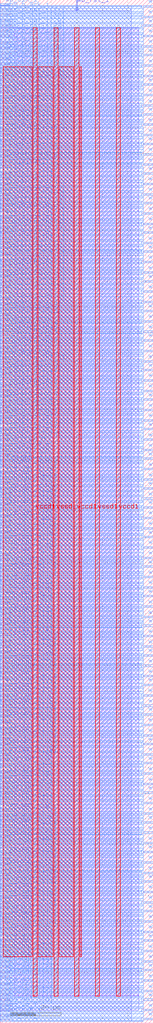
<source format=lef>
VERSION 5.7 ;
  NOWIREEXTENSIONATPIN ON ;
  DIVIDERCHAR "/" ;
  BUSBITCHARS "[]" ;
MACRO wb_bridge_2way
  CLASS BLOCK ;
  FOREIGN wb_bridge_2way ;
  ORIGIN 0.000 0.000 ;
  SIZE 60.000 BY 400.000 ;
  PIN vccd1
    DIRECTION INPUT ;
    USE POWER ;
    PORT
      LAYER met4 ;
        RECT 12.880 10.640 14.480 389.200 ;
    END
    PORT
      LAYER met4 ;
        RECT 29.200 10.640 30.800 389.200 ;
    END
    PORT
      LAYER met4 ;
        RECT 45.520 10.640 47.120 389.200 ;
    END
  END vccd1
  PIN vssd1
    DIRECTION INPUT ;
    USE GROUND ;
    PORT
      LAYER met4 ;
        RECT 21.040 10.640 22.640 389.200 ;
    END
    PORT
      LAYER met4 ;
        RECT 37.360 10.640 38.960 389.200 ;
    END
  END vssd1
  PIN wb_clk_i
    DIRECTION INPUT ;
    USE SIGNAL ;
    PORT
      LAYER met3 ;
        RECT 0.000 397.840 4.000 398.440 ;
    END
  END wb_clk_i
  PIN wb_rst_i
    DIRECTION INPUT ;
    USE SIGNAL ;
    PORT
      LAYER met2 ;
        RECT 29.990 396.000 30.270 400.000 ;
    END
  END wb_rst_i
  PIN wbm_a_ack_i
    DIRECTION INPUT ;
    USE SIGNAL ;
    PORT
      LAYER met3 ;
        RECT 56.000 397.160 60.000 397.760 ;
    END
  END wbm_a_ack_i
  PIN wbm_a_adr_o[0]
    DIRECTION OUTPUT TRISTATE ;
    USE SIGNAL ;
    PORT
      LAYER met3 ;
        RECT 56.000 27.920 60.000 28.520 ;
    END
  END wbm_a_adr_o[0]
  PIN wbm_a_adr_o[10]
    DIRECTION OUTPUT TRISTATE ;
    USE SIGNAL ;
    PORT
      LAYER met3 ;
        RECT 56.000 66.680 60.000 67.280 ;
    END
  END wbm_a_adr_o[10]
  PIN wbm_a_adr_o[11]
    DIRECTION OUTPUT TRISTATE ;
    USE SIGNAL ;
    PORT
      LAYER met3 ;
        RECT 56.000 70.080 60.000 70.680 ;
    END
  END wbm_a_adr_o[11]
  PIN wbm_a_adr_o[12]
    DIRECTION OUTPUT TRISTATE ;
    USE SIGNAL ;
    PORT
      LAYER met3 ;
        RECT 56.000 74.160 60.000 74.760 ;
    END
  END wbm_a_adr_o[12]
  PIN wbm_a_adr_o[13]
    DIRECTION OUTPUT TRISTATE ;
    USE SIGNAL ;
    PORT
      LAYER met3 ;
        RECT 56.000 78.240 60.000 78.840 ;
    END
  END wbm_a_adr_o[13]
  PIN wbm_a_adr_o[14]
    DIRECTION OUTPUT TRISTATE ;
    USE SIGNAL ;
    PORT
      LAYER met3 ;
        RECT 56.000 81.640 60.000 82.240 ;
    END
  END wbm_a_adr_o[14]
  PIN wbm_a_adr_o[15]
    DIRECTION OUTPUT TRISTATE ;
    USE SIGNAL ;
    PORT
      LAYER met3 ;
        RECT 56.000 85.720 60.000 86.320 ;
    END
  END wbm_a_adr_o[15]
  PIN wbm_a_adr_o[16]
    DIRECTION OUTPUT TRISTATE ;
    USE SIGNAL ;
    PORT
      LAYER met3 ;
        RECT 56.000 89.800 60.000 90.400 ;
    END
  END wbm_a_adr_o[16]
  PIN wbm_a_adr_o[17]
    DIRECTION OUTPUT TRISTATE ;
    USE SIGNAL ;
    PORT
      LAYER met3 ;
        RECT 56.000 93.200 60.000 93.800 ;
    END
  END wbm_a_adr_o[17]
  PIN wbm_a_adr_o[18]
    DIRECTION OUTPUT TRISTATE ;
    USE SIGNAL ;
    PORT
      LAYER met3 ;
        RECT 56.000 97.280 60.000 97.880 ;
    END
  END wbm_a_adr_o[18]
  PIN wbm_a_adr_o[19]
    DIRECTION OUTPUT TRISTATE ;
    USE SIGNAL ;
    PORT
      LAYER met3 ;
        RECT 56.000 101.360 60.000 101.960 ;
    END
  END wbm_a_adr_o[19]
  PIN wbm_a_adr_o[1]
    DIRECTION OUTPUT TRISTATE ;
    USE SIGNAL ;
    PORT
      LAYER met3 ;
        RECT 56.000 32.000 60.000 32.600 ;
    END
  END wbm_a_adr_o[1]
  PIN wbm_a_adr_o[20]
    DIRECTION OUTPUT TRISTATE ;
    USE SIGNAL ;
    PORT
      LAYER met3 ;
        RECT 56.000 104.760 60.000 105.360 ;
    END
  END wbm_a_adr_o[20]
  PIN wbm_a_adr_o[21]
    DIRECTION OUTPUT TRISTATE ;
    USE SIGNAL ;
    PORT
      LAYER met3 ;
        RECT 56.000 108.840 60.000 109.440 ;
    END
  END wbm_a_adr_o[21]
  PIN wbm_a_adr_o[22]
    DIRECTION OUTPUT TRISTATE ;
    USE SIGNAL ;
    PORT
      LAYER met3 ;
        RECT 56.000 112.240 60.000 112.840 ;
    END
  END wbm_a_adr_o[22]
  PIN wbm_a_adr_o[23]
    DIRECTION OUTPUT TRISTATE ;
    USE SIGNAL ;
    PORT
      LAYER met3 ;
        RECT 56.000 116.320 60.000 116.920 ;
    END
  END wbm_a_adr_o[23]
  PIN wbm_a_adr_o[24]
    DIRECTION OUTPUT TRISTATE ;
    USE SIGNAL ;
    PORT
      LAYER met3 ;
        RECT 56.000 120.400 60.000 121.000 ;
    END
  END wbm_a_adr_o[24]
  PIN wbm_a_adr_o[25]
    DIRECTION OUTPUT TRISTATE ;
    USE SIGNAL ;
    PORT
      LAYER met3 ;
        RECT 56.000 123.800 60.000 124.400 ;
    END
  END wbm_a_adr_o[25]
  PIN wbm_a_adr_o[26]
    DIRECTION OUTPUT TRISTATE ;
    USE SIGNAL ;
    PORT
      LAYER met3 ;
        RECT 56.000 127.880 60.000 128.480 ;
    END
  END wbm_a_adr_o[26]
  PIN wbm_a_adr_o[27]
    DIRECTION OUTPUT TRISTATE ;
    USE SIGNAL ;
    PORT
      LAYER met3 ;
        RECT 56.000 131.960 60.000 132.560 ;
    END
  END wbm_a_adr_o[27]
  PIN wbm_a_adr_o[28]
    DIRECTION OUTPUT TRISTATE ;
    USE SIGNAL ;
    PORT
      LAYER met3 ;
        RECT 56.000 135.360 60.000 135.960 ;
    END
  END wbm_a_adr_o[28]
  PIN wbm_a_adr_o[29]
    DIRECTION OUTPUT TRISTATE ;
    USE SIGNAL ;
    PORT
      LAYER met3 ;
        RECT 56.000 139.440 60.000 140.040 ;
    END
  END wbm_a_adr_o[29]
  PIN wbm_a_adr_o[2]
    DIRECTION OUTPUT TRISTATE ;
    USE SIGNAL ;
    PORT
      LAYER met3 ;
        RECT 56.000 35.400 60.000 36.000 ;
    END
  END wbm_a_adr_o[2]
  PIN wbm_a_adr_o[30]
    DIRECTION OUTPUT TRISTATE ;
    USE SIGNAL ;
    PORT
      LAYER met3 ;
        RECT 56.000 143.520 60.000 144.120 ;
    END
  END wbm_a_adr_o[30]
  PIN wbm_a_adr_o[31]
    DIRECTION OUTPUT TRISTATE ;
    USE SIGNAL ;
    PORT
      LAYER met3 ;
        RECT 56.000 146.920 60.000 147.520 ;
    END
  END wbm_a_adr_o[31]
  PIN wbm_a_adr_o[3]
    DIRECTION OUTPUT TRISTATE ;
    USE SIGNAL ;
    PORT
      LAYER met3 ;
        RECT 56.000 39.480 60.000 40.080 ;
    END
  END wbm_a_adr_o[3]
  PIN wbm_a_adr_o[4]
    DIRECTION OUTPUT TRISTATE ;
    USE SIGNAL ;
    PORT
      LAYER met3 ;
        RECT 56.000 43.560 60.000 44.160 ;
    END
  END wbm_a_adr_o[4]
  PIN wbm_a_adr_o[5]
    DIRECTION OUTPUT TRISTATE ;
    USE SIGNAL ;
    PORT
      LAYER met3 ;
        RECT 56.000 46.960 60.000 47.560 ;
    END
  END wbm_a_adr_o[5]
  PIN wbm_a_adr_o[6]
    DIRECTION OUTPUT TRISTATE ;
    USE SIGNAL ;
    PORT
      LAYER met3 ;
        RECT 56.000 51.040 60.000 51.640 ;
    END
  END wbm_a_adr_o[6]
  PIN wbm_a_adr_o[7]
    DIRECTION OUTPUT TRISTATE ;
    USE SIGNAL ;
    PORT
      LAYER met3 ;
        RECT 56.000 55.120 60.000 55.720 ;
    END
  END wbm_a_adr_o[7]
  PIN wbm_a_adr_o[8]
    DIRECTION OUTPUT TRISTATE ;
    USE SIGNAL ;
    PORT
      LAYER met3 ;
        RECT 56.000 58.520 60.000 59.120 ;
    END
  END wbm_a_adr_o[8]
  PIN wbm_a_adr_o[9]
    DIRECTION OUTPUT TRISTATE ;
    USE SIGNAL ;
    PORT
      LAYER met3 ;
        RECT 56.000 62.600 60.000 63.200 ;
    END
  END wbm_a_adr_o[9]
  PIN wbm_a_cyc_o
    DIRECTION OUTPUT TRISTATE ;
    USE SIGNAL ;
    PORT
      LAYER met3 ;
        RECT 56.000 4.800 60.000 5.400 ;
    END
  END wbm_a_cyc_o
  PIN wbm_a_dat_i[0]
    DIRECTION INPUT ;
    USE SIGNAL ;
    PORT
      LAYER met3 ;
        RECT 56.000 274.080 60.000 274.680 ;
    END
  END wbm_a_dat_i[0]
  PIN wbm_a_dat_i[10]
    DIRECTION INPUT ;
    USE SIGNAL ;
    PORT
      LAYER met3 ;
        RECT 56.000 312.160 60.000 312.760 ;
    END
  END wbm_a_dat_i[10]
  PIN wbm_a_dat_i[11]
    DIRECTION INPUT ;
    USE SIGNAL ;
    PORT
      LAYER met3 ;
        RECT 56.000 316.240 60.000 316.840 ;
    END
  END wbm_a_dat_i[11]
  PIN wbm_a_dat_i[12]
    DIRECTION INPUT ;
    USE SIGNAL ;
    PORT
      LAYER met3 ;
        RECT 56.000 320.320 60.000 320.920 ;
    END
  END wbm_a_dat_i[12]
  PIN wbm_a_dat_i[13]
    DIRECTION INPUT ;
    USE SIGNAL ;
    PORT
      LAYER met3 ;
        RECT 56.000 323.720 60.000 324.320 ;
    END
  END wbm_a_dat_i[13]
  PIN wbm_a_dat_i[14]
    DIRECTION INPUT ;
    USE SIGNAL ;
    PORT
      LAYER met3 ;
        RECT 56.000 327.800 60.000 328.400 ;
    END
  END wbm_a_dat_i[14]
  PIN wbm_a_dat_i[15]
    DIRECTION INPUT ;
    USE SIGNAL ;
    PORT
      LAYER met3 ;
        RECT 56.000 331.880 60.000 332.480 ;
    END
  END wbm_a_dat_i[15]
  PIN wbm_a_dat_i[16]
    DIRECTION INPUT ;
    USE SIGNAL ;
    PORT
      LAYER met3 ;
        RECT 56.000 335.280 60.000 335.880 ;
    END
  END wbm_a_dat_i[16]
  PIN wbm_a_dat_i[17]
    DIRECTION INPUT ;
    USE SIGNAL ;
    PORT
      LAYER met3 ;
        RECT 56.000 339.360 60.000 339.960 ;
    END
  END wbm_a_dat_i[17]
  PIN wbm_a_dat_i[18]
    DIRECTION INPUT ;
    USE SIGNAL ;
    PORT
      LAYER met3 ;
        RECT 56.000 343.440 60.000 344.040 ;
    END
  END wbm_a_dat_i[18]
  PIN wbm_a_dat_i[19]
    DIRECTION INPUT ;
    USE SIGNAL ;
    PORT
      LAYER met3 ;
        RECT 56.000 346.840 60.000 347.440 ;
    END
  END wbm_a_dat_i[19]
  PIN wbm_a_dat_i[1]
    DIRECTION INPUT ;
    USE SIGNAL ;
    PORT
      LAYER met3 ;
        RECT 56.000 278.160 60.000 278.760 ;
    END
  END wbm_a_dat_i[1]
  PIN wbm_a_dat_i[20]
    DIRECTION INPUT ;
    USE SIGNAL ;
    PORT
      LAYER met3 ;
        RECT 56.000 350.920 60.000 351.520 ;
    END
  END wbm_a_dat_i[20]
  PIN wbm_a_dat_i[21]
    DIRECTION INPUT ;
    USE SIGNAL ;
    PORT
      LAYER met3 ;
        RECT 56.000 355.000 60.000 355.600 ;
    END
  END wbm_a_dat_i[21]
  PIN wbm_a_dat_i[22]
    DIRECTION INPUT ;
    USE SIGNAL ;
    PORT
      LAYER met3 ;
        RECT 56.000 358.400 60.000 359.000 ;
    END
  END wbm_a_dat_i[22]
  PIN wbm_a_dat_i[23]
    DIRECTION INPUT ;
    USE SIGNAL ;
    PORT
      LAYER met3 ;
        RECT 56.000 362.480 60.000 363.080 ;
    END
  END wbm_a_dat_i[23]
  PIN wbm_a_dat_i[24]
    DIRECTION INPUT ;
    USE SIGNAL ;
    PORT
      LAYER met3 ;
        RECT 56.000 366.560 60.000 367.160 ;
    END
  END wbm_a_dat_i[24]
  PIN wbm_a_dat_i[25]
    DIRECTION INPUT ;
    USE SIGNAL ;
    PORT
      LAYER met3 ;
        RECT 56.000 369.960 60.000 370.560 ;
    END
  END wbm_a_dat_i[25]
  PIN wbm_a_dat_i[26]
    DIRECTION INPUT ;
    USE SIGNAL ;
    PORT
      LAYER met3 ;
        RECT 56.000 374.040 60.000 374.640 ;
    END
  END wbm_a_dat_i[26]
  PIN wbm_a_dat_i[27]
    DIRECTION INPUT ;
    USE SIGNAL ;
    PORT
      LAYER met3 ;
        RECT 56.000 378.120 60.000 378.720 ;
    END
  END wbm_a_dat_i[27]
  PIN wbm_a_dat_i[28]
    DIRECTION INPUT ;
    USE SIGNAL ;
    PORT
      LAYER met3 ;
        RECT 56.000 381.520 60.000 382.120 ;
    END
  END wbm_a_dat_i[28]
  PIN wbm_a_dat_i[29]
    DIRECTION INPUT ;
    USE SIGNAL ;
    PORT
      LAYER met3 ;
        RECT 56.000 385.600 60.000 386.200 ;
    END
  END wbm_a_dat_i[29]
  PIN wbm_a_dat_i[2]
    DIRECTION INPUT ;
    USE SIGNAL ;
    PORT
      LAYER met3 ;
        RECT 56.000 281.560 60.000 282.160 ;
    END
  END wbm_a_dat_i[2]
  PIN wbm_a_dat_i[30]
    DIRECTION INPUT ;
    USE SIGNAL ;
    PORT
      LAYER met3 ;
        RECT 56.000 389.680 60.000 390.280 ;
    END
  END wbm_a_dat_i[30]
  PIN wbm_a_dat_i[31]
    DIRECTION INPUT ;
    USE SIGNAL ;
    PORT
      LAYER met3 ;
        RECT 56.000 393.080 60.000 393.680 ;
    END
  END wbm_a_dat_i[31]
  PIN wbm_a_dat_i[3]
    DIRECTION INPUT ;
    USE SIGNAL ;
    PORT
      LAYER met3 ;
        RECT 56.000 285.640 60.000 286.240 ;
    END
  END wbm_a_dat_i[3]
  PIN wbm_a_dat_i[4]
    DIRECTION INPUT ;
    USE SIGNAL ;
    PORT
      LAYER met3 ;
        RECT 56.000 289.720 60.000 290.320 ;
    END
  END wbm_a_dat_i[4]
  PIN wbm_a_dat_i[5]
    DIRECTION INPUT ;
    USE SIGNAL ;
    PORT
      LAYER met3 ;
        RECT 56.000 293.120 60.000 293.720 ;
    END
  END wbm_a_dat_i[5]
  PIN wbm_a_dat_i[6]
    DIRECTION INPUT ;
    USE SIGNAL ;
    PORT
      LAYER met3 ;
        RECT 56.000 297.200 60.000 297.800 ;
    END
  END wbm_a_dat_i[6]
  PIN wbm_a_dat_i[7]
    DIRECTION INPUT ;
    USE SIGNAL ;
    PORT
      LAYER met3 ;
        RECT 56.000 301.280 60.000 301.880 ;
    END
  END wbm_a_dat_i[7]
  PIN wbm_a_dat_i[8]
    DIRECTION INPUT ;
    USE SIGNAL ;
    PORT
      LAYER met3 ;
        RECT 56.000 304.680 60.000 305.280 ;
    END
  END wbm_a_dat_i[8]
  PIN wbm_a_dat_i[9]
    DIRECTION INPUT ;
    USE SIGNAL ;
    PORT
      LAYER met3 ;
        RECT 56.000 308.760 60.000 309.360 ;
    END
  END wbm_a_dat_i[9]
  PIN wbm_a_dat_o[0]
    DIRECTION OUTPUT TRISTATE ;
    USE SIGNAL ;
    PORT
      LAYER met3 ;
        RECT 56.000 151.000 60.000 151.600 ;
    END
  END wbm_a_dat_o[0]
  PIN wbm_a_dat_o[10]
    DIRECTION OUTPUT TRISTATE ;
    USE SIGNAL ;
    PORT
      LAYER met3 ;
        RECT 56.000 189.760 60.000 190.360 ;
    END
  END wbm_a_dat_o[10]
  PIN wbm_a_dat_o[11]
    DIRECTION OUTPUT TRISTATE ;
    USE SIGNAL ;
    PORT
      LAYER met3 ;
        RECT 56.000 193.160 60.000 193.760 ;
    END
  END wbm_a_dat_o[11]
  PIN wbm_a_dat_o[12]
    DIRECTION OUTPUT TRISTATE ;
    USE SIGNAL ;
    PORT
      LAYER met3 ;
        RECT 56.000 197.240 60.000 197.840 ;
    END
  END wbm_a_dat_o[12]
  PIN wbm_a_dat_o[13]
    DIRECTION OUTPUT TRISTATE ;
    USE SIGNAL ;
    PORT
      LAYER met3 ;
        RECT 56.000 201.320 60.000 201.920 ;
    END
  END wbm_a_dat_o[13]
  PIN wbm_a_dat_o[14]
    DIRECTION OUTPUT TRISTATE ;
    USE SIGNAL ;
    PORT
      LAYER met3 ;
        RECT 56.000 204.720 60.000 205.320 ;
    END
  END wbm_a_dat_o[14]
  PIN wbm_a_dat_o[15]
    DIRECTION OUTPUT TRISTATE ;
    USE SIGNAL ;
    PORT
      LAYER met3 ;
        RECT 56.000 208.800 60.000 209.400 ;
    END
  END wbm_a_dat_o[15]
  PIN wbm_a_dat_o[16]
    DIRECTION OUTPUT TRISTATE ;
    USE SIGNAL ;
    PORT
      LAYER met3 ;
        RECT 56.000 212.200 60.000 212.800 ;
    END
  END wbm_a_dat_o[16]
  PIN wbm_a_dat_o[17]
    DIRECTION OUTPUT TRISTATE ;
    USE SIGNAL ;
    PORT
      LAYER met3 ;
        RECT 56.000 216.280 60.000 216.880 ;
    END
  END wbm_a_dat_o[17]
  PIN wbm_a_dat_o[18]
    DIRECTION OUTPUT TRISTATE ;
    USE SIGNAL ;
    PORT
      LAYER met3 ;
        RECT 56.000 220.360 60.000 220.960 ;
    END
  END wbm_a_dat_o[18]
  PIN wbm_a_dat_o[19]
    DIRECTION OUTPUT TRISTATE ;
    USE SIGNAL ;
    PORT
      LAYER met3 ;
        RECT 56.000 223.760 60.000 224.360 ;
    END
  END wbm_a_dat_o[19]
  PIN wbm_a_dat_o[1]
    DIRECTION OUTPUT TRISTATE ;
    USE SIGNAL ;
    PORT
      LAYER met3 ;
        RECT 56.000 155.080 60.000 155.680 ;
    END
  END wbm_a_dat_o[1]
  PIN wbm_a_dat_o[20]
    DIRECTION OUTPUT TRISTATE ;
    USE SIGNAL ;
    PORT
      LAYER met3 ;
        RECT 56.000 227.840 60.000 228.440 ;
    END
  END wbm_a_dat_o[20]
  PIN wbm_a_dat_o[21]
    DIRECTION OUTPUT TRISTATE ;
    USE SIGNAL ;
    PORT
      LAYER met3 ;
        RECT 56.000 231.920 60.000 232.520 ;
    END
  END wbm_a_dat_o[21]
  PIN wbm_a_dat_o[22]
    DIRECTION OUTPUT TRISTATE ;
    USE SIGNAL ;
    PORT
      LAYER met3 ;
        RECT 56.000 235.320 60.000 235.920 ;
    END
  END wbm_a_dat_o[22]
  PIN wbm_a_dat_o[23]
    DIRECTION OUTPUT TRISTATE ;
    USE SIGNAL ;
    PORT
      LAYER met3 ;
        RECT 56.000 239.400 60.000 240.000 ;
    END
  END wbm_a_dat_o[23]
  PIN wbm_a_dat_o[24]
    DIRECTION OUTPUT TRISTATE ;
    USE SIGNAL ;
    PORT
      LAYER met3 ;
        RECT 56.000 243.480 60.000 244.080 ;
    END
  END wbm_a_dat_o[24]
  PIN wbm_a_dat_o[25]
    DIRECTION OUTPUT TRISTATE ;
    USE SIGNAL ;
    PORT
      LAYER met3 ;
        RECT 56.000 246.880 60.000 247.480 ;
    END
  END wbm_a_dat_o[25]
  PIN wbm_a_dat_o[26]
    DIRECTION OUTPUT TRISTATE ;
    USE SIGNAL ;
    PORT
      LAYER met3 ;
        RECT 56.000 250.960 60.000 251.560 ;
    END
  END wbm_a_dat_o[26]
  PIN wbm_a_dat_o[27]
    DIRECTION OUTPUT TRISTATE ;
    USE SIGNAL ;
    PORT
      LAYER met3 ;
        RECT 56.000 255.040 60.000 255.640 ;
    END
  END wbm_a_dat_o[27]
  PIN wbm_a_dat_o[28]
    DIRECTION OUTPUT TRISTATE ;
    USE SIGNAL ;
    PORT
      LAYER met3 ;
        RECT 56.000 258.440 60.000 259.040 ;
    END
  END wbm_a_dat_o[28]
  PIN wbm_a_dat_o[29]
    DIRECTION OUTPUT TRISTATE ;
    USE SIGNAL ;
    PORT
      LAYER met3 ;
        RECT 56.000 262.520 60.000 263.120 ;
    END
  END wbm_a_dat_o[29]
  PIN wbm_a_dat_o[2]
    DIRECTION OUTPUT TRISTATE ;
    USE SIGNAL ;
    PORT
      LAYER met3 ;
        RECT 56.000 158.480 60.000 159.080 ;
    END
  END wbm_a_dat_o[2]
  PIN wbm_a_dat_o[30]
    DIRECTION OUTPUT TRISTATE ;
    USE SIGNAL ;
    PORT
      LAYER met3 ;
        RECT 56.000 266.600 60.000 267.200 ;
    END
  END wbm_a_dat_o[30]
  PIN wbm_a_dat_o[31]
    DIRECTION OUTPUT TRISTATE ;
    USE SIGNAL ;
    PORT
      LAYER met3 ;
        RECT 56.000 270.000 60.000 270.600 ;
    END
  END wbm_a_dat_o[31]
  PIN wbm_a_dat_o[3]
    DIRECTION OUTPUT TRISTATE ;
    USE SIGNAL ;
    PORT
      LAYER met3 ;
        RECT 56.000 162.560 60.000 163.160 ;
    END
  END wbm_a_dat_o[3]
  PIN wbm_a_dat_o[4]
    DIRECTION OUTPUT TRISTATE ;
    USE SIGNAL ;
    PORT
      LAYER met3 ;
        RECT 56.000 166.640 60.000 167.240 ;
    END
  END wbm_a_dat_o[4]
  PIN wbm_a_dat_o[5]
    DIRECTION OUTPUT TRISTATE ;
    USE SIGNAL ;
    PORT
      LAYER met3 ;
        RECT 56.000 170.040 60.000 170.640 ;
    END
  END wbm_a_dat_o[5]
  PIN wbm_a_dat_o[6]
    DIRECTION OUTPUT TRISTATE ;
    USE SIGNAL ;
    PORT
      LAYER met3 ;
        RECT 56.000 174.120 60.000 174.720 ;
    END
  END wbm_a_dat_o[6]
  PIN wbm_a_dat_o[7]
    DIRECTION OUTPUT TRISTATE ;
    USE SIGNAL ;
    PORT
      LAYER met3 ;
        RECT 56.000 178.200 60.000 178.800 ;
    END
  END wbm_a_dat_o[7]
  PIN wbm_a_dat_o[8]
    DIRECTION OUTPUT TRISTATE ;
    USE SIGNAL ;
    PORT
      LAYER met3 ;
        RECT 56.000 181.600 60.000 182.200 ;
    END
  END wbm_a_dat_o[8]
  PIN wbm_a_dat_o[9]
    DIRECTION OUTPUT TRISTATE ;
    USE SIGNAL ;
    PORT
      LAYER met3 ;
        RECT 56.000 185.680 60.000 186.280 ;
    END
  END wbm_a_dat_o[9]
  PIN wbm_a_sel_o[0]
    DIRECTION OUTPUT TRISTATE ;
    USE SIGNAL ;
    PORT
      LAYER met3 ;
        RECT 56.000 12.280 60.000 12.880 ;
    END
  END wbm_a_sel_o[0]
  PIN wbm_a_sel_o[1]
    DIRECTION OUTPUT TRISTATE ;
    USE SIGNAL ;
    PORT
      LAYER met3 ;
        RECT 56.000 16.360 60.000 16.960 ;
    END
  END wbm_a_sel_o[1]
  PIN wbm_a_sel_o[2]
    DIRECTION OUTPUT TRISTATE ;
    USE SIGNAL ;
    PORT
      LAYER met3 ;
        RECT 56.000 20.440 60.000 21.040 ;
    END
  END wbm_a_sel_o[2]
  PIN wbm_a_sel_o[3]
    DIRECTION OUTPUT TRISTATE ;
    USE SIGNAL ;
    PORT
      LAYER met3 ;
        RECT 56.000 23.840 60.000 24.440 ;
    END
  END wbm_a_sel_o[3]
  PIN wbm_a_stb_o
    DIRECTION OUTPUT TRISTATE ;
    USE SIGNAL ;
    PORT
      LAYER met3 ;
        RECT 56.000 1.400 60.000 2.000 ;
    END
  END wbm_a_stb_o
  PIN wbm_a_we_o
    DIRECTION OUTPUT TRISTATE ;
    USE SIGNAL ;
    PORT
      LAYER met3 ;
        RECT 56.000 8.880 60.000 9.480 ;
    END
  END wbm_a_we_o
  PIN wbm_b_ack_i
    DIRECTION INPUT ;
    USE SIGNAL ;
    PORT
      LAYER met3 ;
        RECT 0.000 395.800 4.000 396.400 ;
    END
  END wbm_b_ack_i
  PIN wbm_b_adr_o[0]
    DIRECTION OUTPUT TRISTATE ;
    USE SIGNAL ;
    PORT
      LAYER met3 ;
        RECT 0.000 236.680 4.000 237.280 ;
    END
  END wbm_b_adr_o[0]
  PIN wbm_b_adr_o[10]
    DIRECTION OUTPUT TRISTATE ;
    USE SIGNAL ;
    PORT
      LAYER met3 ;
        RECT 0.000 257.760 4.000 258.360 ;
    END
  END wbm_b_adr_o[10]
  PIN wbm_b_adr_o[1]
    DIRECTION OUTPUT TRISTATE ;
    USE SIGNAL ;
    PORT
      LAYER met3 ;
        RECT 0.000 238.720 4.000 239.320 ;
    END
  END wbm_b_adr_o[1]
  PIN wbm_b_adr_o[2]
    DIRECTION OUTPUT TRISTATE ;
    USE SIGNAL ;
    PORT
      LAYER met3 ;
        RECT 0.000 240.760 4.000 241.360 ;
    END
  END wbm_b_adr_o[2]
  PIN wbm_b_adr_o[3]
    DIRECTION OUTPUT TRISTATE ;
    USE SIGNAL ;
    PORT
      LAYER met3 ;
        RECT 0.000 242.800 4.000 243.400 ;
    END
  END wbm_b_adr_o[3]
  PIN wbm_b_adr_o[4]
    DIRECTION OUTPUT TRISTATE ;
    USE SIGNAL ;
    PORT
      LAYER met3 ;
        RECT 0.000 244.840 4.000 245.440 ;
    END
  END wbm_b_adr_o[4]
  PIN wbm_b_adr_o[5]
    DIRECTION OUTPUT TRISTATE ;
    USE SIGNAL ;
    PORT
      LAYER met3 ;
        RECT 0.000 246.880 4.000 247.480 ;
    END
  END wbm_b_adr_o[5]
  PIN wbm_b_adr_o[6]
    DIRECTION OUTPUT TRISTATE ;
    USE SIGNAL ;
    PORT
      LAYER met3 ;
        RECT 0.000 248.920 4.000 249.520 ;
    END
  END wbm_b_adr_o[6]
  PIN wbm_b_adr_o[7]
    DIRECTION OUTPUT TRISTATE ;
    USE SIGNAL ;
    PORT
      LAYER met3 ;
        RECT 0.000 251.640 4.000 252.240 ;
    END
  END wbm_b_adr_o[7]
  PIN wbm_b_adr_o[8]
    DIRECTION OUTPUT TRISTATE ;
    USE SIGNAL ;
    PORT
      LAYER met3 ;
        RECT 0.000 253.680 4.000 254.280 ;
    END
  END wbm_b_adr_o[8]
  PIN wbm_b_adr_o[9]
    DIRECTION OUTPUT TRISTATE ;
    USE SIGNAL ;
    PORT
      LAYER met3 ;
        RECT 0.000 255.720 4.000 256.320 ;
    END
  END wbm_b_adr_o[9]
  PIN wbm_b_cyc_o
    DIRECTION OUTPUT TRISTATE ;
    USE SIGNAL ;
    PORT
      LAYER met3 ;
        RECT 0.000 223.760 4.000 224.360 ;
    END
  END wbm_b_cyc_o
  PIN wbm_b_dat_i[0]
    DIRECTION INPUT ;
    USE SIGNAL ;
    PORT
      LAYER met3 ;
        RECT 0.000 327.800 4.000 328.400 ;
    END
  END wbm_b_dat_i[0]
  PIN wbm_b_dat_i[10]
    DIRECTION INPUT ;
    USE SIGNAL ;
    PORT
      LAYER met3 ;
        RECT 0.000 348.880 4.000 349.480 ;
    END
  END wbm_b_dat_i[10]
  PIN wbm_b_dat_i[11]
    DIRECTION INPUT ;
    USE SIGNAL ;
    PORT
      LAYER met3 ;
        RECT 0.000 351.600 4.000 352.200 ;
    END
  END wbm_b_dat_i[11]
  PIN wbm_b_dat_i[12]
    DIRECTION INPUT ;
    USE SIGNAL ;
    PORT
      LAYER met3 ;
        RECT 0.000 353.640 4.000 354.240 ;
    END
  END wbm_b_dat_i[12]
  PIN wbm_b_dat_i[13]
    DIRECTION INPUT ;
    USE SIGNAL ;
    PORT
      LAYER met3 ;
        RECT 0.000 355.680 4.000 356.280 ;
    END
  END wbm_b_dat_i[13]
  PIN wbm_b_dat_i[14]
    DIRECTION INPUT ;
    USE SIGNAL ;
    PORT
      LAYER met3 ;
        RECT 0.000 357.720 4.000 358.320 ;
    END
  END wbm_b_dat_i[14]
  PIN wbm_b_dat_i[15]
    DIRECTION INPUT ;
    USE SIGNAL ;
    PORT
      LAYER met3 ;
        RECT 0.000 359.760 4.000 360.360 ;
    END
  END wbm_b_dat_i[15]
  PIN wbm_b_dat_i[16]
    DIRECTION INPUT ;
    USE SIGNAL ;
    PORT
      LAYER met3 ;
        RECT 0.000 361.800 4.000 362.400 ;
    END
  END wbm_b_dat_i[16]
  PIN wbm_b_dat_i[17]
    DIRECTION INPUT ;
    USE SIGNAL ;
    PORT
      LAYER met3 ;
        RECT 0.000 363.840 4.000 364.440 ;
    END
  END wbm_b_dat_i[17]
  PIN wbm_b_dat_i[18]
    DIRECTION INPUT ;
    USE SIGNAL ;
    PORT
      LAYER met3 ;
        RECT 0.000 365.880 4.000 366.480 ;
    END
  END wbm_b_dat_i[18]
  PIN wbm_b_dat_i[19]
    DIRECTION INPUT ;
    USE SIGNAL ;
    PORT
      LAYER met3 ;
        RECT 0.000 368.600 4.000 369.200 ;
    END
  END wbm_b_dat_i[19]
  PIN wbm_b_dat_i[1]
    DIRECTION INPUT ;
    USE SIGNAL ;
    PORT
      LAYER met3 ;
        RECT 0.000 329.840 4.000 330.440 ;
    END
  END wbm_b_dat_i[1]
  PIN wbm_b_dat_i[20]
    DIRECTION INPUT ;
    USE SIGNAL ;
    PORT
      LAYER met3 ;
        RECT 0.000 370.640 4.000 371.240 ;
    END
  END wbm_b_dat_i[20]
  PIN wbm_b_dat_i[21]
    DIRECTION INPUT ;
    USE SIGNAL ;
    PORT
      LAYER met3 ;
        RECT 0.000 372.680 4.000 373.280 ;
    END
  END wbm_b_dat_i[21]
  PIN wbm_b_dat_i[22]
    DIRECTION INPUT ;
    USE SIGNAL ;
    PORT
      LAYER met3 ;
        RECT 0.000 374.720 4.000 375.320 ;
    END
  END wbm_b_dat_i[22]
  PIN wbm_b_dat_i[23]
    DIRECTION INPUT ;
    USE SIGNAL ;
    PORT
      LAYER met3 ;
        RECT 0.000 376.760 4.000 377.360 ;
    END
  END wbm_b_dat_i[23]
  PIN wbm_b_dat_i[24]
    DIRECTION INPUT ;
    USE SIGNAL ;
    PORT
      LAYER met3 ;
        RECT 0.000 378.800 4.000 379.400 ;
    END
  END wbm_b_dat_i[24]
  PIN wbm_b_dat_i[25]
    DIRECTION INPUT ;
    USE SIGNAL ;
    PORT
      LAYER met3 ;
        RECT 0.000 380.840 4.000 381.440 ;
    END
  END wbm_b_dat_i[25]
  PIN wbm_b_dat_i[26]
    DIRECTION INPUT ;
    USE SIGNAL ;
    PORT
      LAYER met3 ;
        RECT 0.000 382.880 4.000 383.480 ;
    END
  END wbm_b_dat_i[26]
  PIN wbm_b_dat_i[27]
    DIRECTION INPUT ;
    USE SIGNAL ;
    PORT
      LAYER met3 ;
        RECT 0.000 385.600 4.000 386.200 ;
    END
  END wbm_b_dat_i[27]
  PIN wbm_b_dat_i[28]
    DIRECTION INPUT ;
    USE SIGNAL ;
    PORT
      LAYER met3 ;
        RECT 0.000 387.640 4.000 388.240 ;
    END
  END wbm_b_dat_i[28]
  PIN wbm_b_dat_i[29]
    DIRECTION INPUT ;
    USE SIGNAL ;
    PORT
      LAYER met3 ;
        RECT 0.000 389.680 4.000 390.280 ;
    END
  END wbm_b_dat_i[29]
  PIN wbm_b_dat_i[2]
    DIRECTION INPUT ;
    USE SIGNAL ;
    PORT
      LAYER met3 ;
        RECT 0.000 331.880 4.000 332.480 ;
    END
  END wbm_b_dat_i[2]
  PIN wbm_b_dat_i[30]
    DIRECTION INPUT ;
    USE SIGNAL ;
    PORT
      LAYER met3 ;
        RECT 0.000 391.720 4.000 392.320 ;
    END
  END wbm_b_dat_i[30]
  PIN wbm_b_dat_i[31]
    DIRECTION INPUT ;
    USE SIGNAL ;
    PORT
      LAYER met3 ;
        RECT 0.000 393.760 4.000 394.360 ;
    END
  END wbm_b_dat_i[31]
  PIN wbm_b_dat_i[3]
    DIRECTION INPUT ;
    USE SIGNAL ;
    PORT
      LAYER met3 ;
        RECT 0.000 334.600 4.000 335.200 ;
    END
  END wbm_b_dat_i[3]
  PIN wbm_b_dat_i[4]
    DIRECTION INPUT ;
    USE SIGNAL ;
    PORT
      LAYER met3 ;
        RECT 0.000 336.640 4.000 337.240 ;
    END
  END wbm_b_dat_i[4]
  PIN wbm_b_dat_i[5]
    DIRECTION INPUT ;
    USE SIGNAL ;
    PORT
      LAYER met3 ;
        RECT 0.000 338.680 4.000 339.280 ;
    END
  END wbm_b_dat_i[5]
  PIN wbm_b_dat_i[6]
    DIRECTION INPUT ;
    USE SIGNAL ;
    PORT
      LAYER met3 ;
        RECT 0.000 340.720 4.000 341.320 ;
    END
  END wbm_b_dat_i[6]
  PIN wbm_b_dat_i[7]
    DIRECTION INPUT ;
    USE SIGNAL ;
    PORT
      LAYER met3 ;
        RECT 0.000 342.760 4.000 343.360 ;
    END
  END wbm_b_dat_i[7]
  PIN wbm_b_dat_i[8]
    DIRECTION INPUT ;
    USE SIGNAL ;
    PORT
      LAYER met3 ;
        RECT 0.000 344.800 4.000 345.400 ;
    END
  END wbm_b_dat_i[8]
  PIN wbm_b_dat_i[9]
    DIRECTION INPUT ;
    USE SIGNAL ;
    PORT
      LAYER met3 ;
        RECT 0.000 346.840 4.000 347.440 ;
    END
  END wbm_b_dat_i[9]
  PIN wbm_b_dat_o[0]
    DIRECTION OUTPUT TRISTATE ;
    USE SIGNAL ;
    PORT
      LAYER met3 ;
        RECT 0.000 259.800 4.000 260.400 ;
    END
  END wbm_b_dat_o[0]
  PIN wbm_b_dat_o[10]
    DIRECTION OUTPUT TRISTATE ;
    USE SIGNAL ;
    PORT
      LAYER met3 ;
        RECT 0.000 280.880 4.000 281.480 ;
    END
  END wbm_b_dat_o[10]
  PIN wbm_b_dat_o[11]
    DIRECTION OUTPUT TRISTATE ;
    USE SIGNAL ;
    PORT
      LAYER met3 ;
        RECT 0.000 282.920 4.000 283.520 ;
    END
  END wbm_b_dat_o[11]
  PIN wbm_b_dat_o[12]
    DIRECTION OUTPUT TRISTATE ;
    USE SIGNAL ;
    PORT
      LAYER met3 ;
        RECT 0.000 285.640 4.000 286.240 ;
    END
  END wbm_b_dat_o[12]
  PIN wbm_b_dat_o[13]
    DIRECTION OUTPUT TRISTATE ;
    USE SIGNAL ;
    PORT
      LAYER met3 ;
        RECT 0.000 287.680 4.000 288.280 ;
    END
  END wbm_b_dat_o[13]
  PIN wbm_b_dat_o[14]
    DIRECTION OUTPUT TRISTATE ;
    USE SIGNAL ;
    PORT
      LAYER met3 ;
        RECT 0.000 289.720 4.000 290.320 ;
    END
  END wbm_b_dat_o[14]
  PIN wbm_b_dat_o[15]
    DIRECTION OUTPUT TRISTATE ;
    USE SIGNAL ;
    PORT
      LAYER met3 ;
        RECT 0.000 291.760 4.000 292.360 ;
    END
  END wbm_b_dat_o[15]
  PIN wbm_b_dat_o[16]
    DIRECTION OUTPUT TRISTATE ;
    USE SIGNAL ;
    PORT
      LAYER met3 ;
        RECT 0.000 293.800 4.000 294.400 ;
    END
  END wbm_b_dat_o[16]
  PIN wbm_b_dat_o[17]
    DIRECTION OUTPUT TRISTATE ;
    USE SIGNAL ;
    PORT
      LAYER met3 ;
        RECT 0.000 295.840 4.000 296.440 ;
    END
  END wbm_b_dat_o[17]
  PIN wbm_b_dat_o[18]
    DIRECTION OUTPUT TRISTATE ;
    USE SIGNAL ;
    PORT
      LAYER met3 ;
        RECT 0.000 297.880 4.000 298.480 ;
    END
  END wbm_b_dat_o[18]
  PIN wbm_b_dat_o[19]
    DIRECTION OUTPUT TRISTATE ;
    USE SIGNAL ;
    PORT
      LAYER met3 ;
        RECT 0.000 300.600 4.000 301.200 ;
    END
  END wbm_b_dat_o[19]
  PIN wbm_b_dat_o[1]
    DIRECTION OUTPUT TRISTATE ;
    USE SIGNAL ;
    PORT
      LAYER met3 ;
        RECT 0.000 261.840 4.000 262.440 ;
    END
  END wbm_b_dat_o[1]
  PIN wbm_b_dat_o[20]
    DIRECTION OUTPUT TRISTATE ;
    USE SIGNAL ;
    PORT
      LAYER met3 ;
        RECT 0.000 302.640 4.000 303.240 ;
    END
  END wbm_b_dat_o[20]
  PIN wbm_b_dat_o[21]
    DIRECTION OUTPUT TRISTATE ;
    USE SIGNAL ;
    PORT
      LAYER met3 ;
        RECT 0.000 304.680 4.000 305.280 ;
    END
  END wbm_b_dat_o[21]
  PIN wbm_b_dat_o[22]
    DIRECTION OUTPUT TRISTATE ;
    USE SIGNAL ;
    PORT
      LAYER met3 ;
        RECT 0.000 306.720 4.000 307.320 ;
    END
  END wbm_b_dat_o[22]
  PIN wbm_b_dat_o[23]
    DIRECTION OUTPUT TRISTATE ;
    USE SIGNAL ;
    PORT
      LAYER met3 ;
        RECT 0.000 308.760 4.000 309.360 ;
    END
  END wbm_b_dat_o[23]
  PIN wbm_b_dat_o[24]
    DIRECTION OUTPUT TRISTATE ;
    USE SIGNAL ;
    PORT
      LAYER met3 ;
        RECT 0.000 310.800 4.000 311.400 ;
    END
  END wbm_b_dat_o[24]
  PIN wbm_b_dat_o[25]
    DIRECTION OUTPUT TRISTATE ;
    USE SIGNAL ;
    PORT
      LAYER met3 ;
        RECT 0.000 312.840 4.000 313.440 ;
    END
  END wbm_b_dat_o[25]
  PIN wbm_b_dat_o[26]
    DIRECTION OUTPUT TRISTATE ;
    USE SIGNAL ;
    PORT
      LAYER met3 ;
        RECT 0.000 314.880 4.000 315.480 ;
    END
  END wbm_b_dat_o[26]
  PIN wbm_b_dat_o[27]
    DIRECTION OUTPUT TRISTATE ;
    USE SIGNAL ;
    PORT
      LAYER met3 ;
        RECT 0.000 317.600 4.000 318.200 ;
    END
  END wbm_b_dat_o[27]
  PIN wbm_b_dat_o[28]
    DIRECTION OUTPUT TRISTATE ;
    USE SIGNAL ;
    PORT
      LAYER met3 ;
        RECT 0.000 319.640 4.000 320.240 ;
    END
  END wbm_b_dat_o[28]
  PIN wbm_b_dat_o[29]
    DIRECTION OUTPUT TRISTATE ;
    USE SIGNAL ;
    PORT
      LAYER met3 ;
        RECT 0.000 321.680 4.000 322.280 ;
    END
  END wbm_b_dat_o[29]
  PIN wbm_b_dat_o[2]
    DIRECTION OUTPUT TRISTATE ;
    USE SIGNAL ;
    PORT
      LAYER met3 ;
        RECT 0.000 263.880 4.000 264.480 ;
    END
  END wbm_b_dat_o[2]
  PIN wbm_b_dat_o[30]
    DIRECTION OUTPUT TRISTATE ;
    USE SIGNAL ;
    PORT
      LAYER met3 ;
        RECT 0.000 323.720 4.000 324.320 ;
    END
  END wbm_b_dat_o[30]
  PIN wbm_b_dat_o[31]
    DIRECTION OUTPUT TRISTATE ;
    USE SIGNAL ;
    PORT
      LAYER met3 ;
        RECT 0.000 325.760 4.000 326.360 ;
    END
  END wbm_b_dat_o[31]
  PIN wbm_b_dat_o[3]
    DIRECTION OUTPUT TRISTATE ;
    USE SIGNAL ;
    PORT
      LAYER met3 ;
        RECT 0.000 265.920 4.000 266.520 ;
    END
  END wbm_b_dat_o[3]
  PIN wbm_b_dat_o[4]
    DIRECTION OUTPUT TRISTATE ;
    USE SIGNAL ;
    PORT
      LAYER met3 ;
        RECT 0.000 268.640 4.000 269.240 ;
    END
  END wbm_b_dat_o[4]
  PIN wbm_b_dat_o[5]
    DIRECTION OUTPUT TRISTATE ;
    USE SIGNAL ;
    PORT
      LAYER met3 ;
        RECT 0.000 270.680 4.000 271.280 ;
    END
  END wbm_b_dat_o[5]
  PIN wbm_b_dat_o[6]
    DIRECTION OUTPUT TRISTATE ;
    USE SIGNAL ;
    PORT
      LAYER met3 ;
        RECT 0.000 272.720 4.000 273.320 ;
    END
  END wbm_b_dat_o[6]
  PIN wbm_b_dat_o[7]
    DIRECTION OUTPUT TRISTATE ;
    USE SIGNAL ;
    PORT
      LAYER met3 ;
        RECT 0.000 274.760 4.000 275.360 ;
    END
  END wbm_b_dat_o[7]
  PIN wbm_b_dat_o[8]
    DIRECTION OUTPUT TRISTATE ;
    USE SIGNAL ;
    PORT
      LAYER met3 ;
        RECT 0.000 276.800 4.000 277.400 ;
    END
  END wbm_b_dat_o[8]
  PIN wbm_b_dat_o[9]
    DIRECTION OUTPUT TRISTATE ;
    USE SIGNAL ;
    PORT
      LAYER met3 ;
        RECT 0.000 278.840 4.000 279.440 ;
    END
  END wbm_b_dat_o[9]
  PIN wbm_b_sel_o[0]
    DIRECTION OUTPUT TRISTATE ;
    USE SIGNAL ;
    PORT
      LAYER met3 ;
        RECT 0.000 227.840 4.000 228.440 ;
    END
  END wbm_b_sel_o[0]
  PIN wbm_b_sel_o[1]
    DIRECTION OUTPUT TRISTATE ;
    USE SIGNAL ;
    PORT
      LAYER met3 ;
        RECT 0.000 229.880 4.000 230.480 ;
    END
  END wbm_b_sel_o[1]
  PIN wbm_b_sel_o[2]
    DIRECTION OUTPUT TRISTATE ;
    USE SIGNAL ;
    PORT
      LAYER met3 ;
        RECT 0.000 231.920 4.000 232.520 ;
    END
  END wbm_b_sel_o[2]
  PIN wbm_b_sel_o[3]
    DIRECTION OUTPUT TRISTATE ;
    USE SIGNAL ;
    PORT
      LAYER met3 ;
        RECT 0.000 234.640 4.000 235.240 ;
    END
  END wbm_b_sel_o[3]
  PIN wbm_b_stb_o
    DIRECTION OUTPUT TRISTATE ;
    USE SIGNAL ;
    PORT
      LAYER met3 ;
        RECT 0.000 221.720 4.000 222.320 ;
    END
  END wbm_b_stb_o
  PIN wbm_b_we_o
    DIRECTION OUTPUT TRISTATE ;
    USE SIGNAL ;
    PORT
      LAYER met3 ;
        RECT 0.000 225.800 4.000 226.400 ;
    END
  END wbm_b_we_o
  PIN wbs_ack_o
    DIRECTION OUTPUT TRISTATE ;
    USE SIGNAL ;
    PORT
      LAYER met3 ;
        RECT 0.000 219.680 4.000 220.280 ;
    END
  END wbs_ack_o
  PIN wbs_adr_i[0]
    DIRECTION INPUT ;
    USE SIGNAL ;
    PORT
      LAYER met3 ;
        RECT 0.000 15.000 4.000 15.600 ;
    END
  END wbs_adr_i[0]
  PIN wbs_adr_i[10]
    DIRECTION INPUT ;
    USE SIGNAL ;
    PORT
      LAYER met3 ;
        RECT 0.000 36.760 4.000 37.360 ;
    END
  END wbs_adr_i[10]
  PIN wbs_adr_i[11]
    DIRECTION INPUT ;
    USE SIGNAL ;
    PORT
      LAYER met3 ;
        RECT 0.000 38.800 4.000 39.400 ;
    END
  END wbs_adr_i[11]
  PIN wbs_adr_i[12]
    DIRECTION INPUT ;
    USE SIGNAL ;
    PORT
      LAYER met3 ;
        RECT 0.000 40.840 4.000 41.440 ;
    END
  END wbs_adr_i[12]
  PIN wbs_adr_i[13]
    DIRECTION INPUT ;
    USE SIGNAL ;
    PORT
      LAYER met3 ;
        RECT 0.000 42.880 4.000 43.480 ;
    END
  END wbs_adr_i[13]
  PIN wbs_adr_i[14]
    DIRECTION INPUT ;
    USE SIGNAL ;
    PORT
      LAYER met3 ;
        RECT 0.000 44.920 4.000 45.520 ;
    END
  END wbs_adr_i[14]
  PIN wbs_adr_i[15]
    DIRECTION INPUT ;
    USE SIGNAL ;
    PORT
      LAYER met3 ;
        RECT 0.000 46.960 4.000 47.560 ;
    END
  END wbs_adr_i[15]
  PIN wbs_adr_i[16]
    DIRECTION INPUT ;
    USE SIGNAL ;
    PORT
      LAYER met3 ;
        RECT 0.000 49.000 4.000 49.600 ;
    END
  END wbs_adr_i[16]
  PIN wbs_adr_i[17]
    DIRECTION INPUT ;
    USE SIGNAL ;
    PORT
      LAYER met3 ;
        RECT 0.000 51.720 4.000 52.320 ;
    END
  END wbs_adr_i[17]
  PIN wbs_adr_i[18]
    DIRECTION INPUT ;
    USE SIGNAL ;
    PORT
      LAYER met3 ;
        RECT 0.000 53.760 4.000 54.360 ;
    END
  END wbs_adr_i[18]
  PIN wbs_adr_i[19]
    DIRECTION INPUT ;
    USE SIGNAL ;
    PORT
      LAYER met3 ;
        RECT 0.000 55.800 4.000 56.400 ;
    END
  END wbs_adr_i[19]
  PIN wbs_adr_i[1]
    DIRECTION INPUT ;
    USE SIGNAL ;
    PORT
      LAYER met3 ;
        RECT 0.000 17.720 4.000 18.320 ;
    END
  END wbs_adr_i[1]
  PIN wbs_adr_i[20]
    DIRECTION INPUT ;
    USE SIGNAL ;
    PORT
      LAYER met3 ;
        RECT 0.000 57.840 4.000 58.440 ;
    END
  END wbs_adr_i[20]
  PIN wbs_adr_i[21]
    DIRECTION INPUT ;
    USE SIGNAL ;
    PORT
      LAYER met3 ;
        RECT 0.000 59.880 4.000 60.480 ;
    END
  END wbs_adr_i[21]
  PIN wbs_adr_i[22]
    DIRECTION INPUT ;
    USE SIGNAL ;
    PORT
      LAYER met3 ;
        RECT 0.000 61.920 4.000 62.520 ;
    END
  END wbs_adr_i[22]
  PIN wbs_adr_i[23]
    DIRECTION INPUT ;
    USE SIGNAL ;
    PORT
      LAYER met3 ;
        RECT 0.000 63.960 4.000 64.560 ;
    END
  END wbs_adr_i[23]
  PIN wbs_adr_i[24]
    DIRECTION INPUT ;
    USE SIGNAL ;
    PORT
      LAYER met3 ;
        RECT 0.000 66.000 4.000 66.600 ;
    END
  END wbs_adr_i[24]
  PIN wbs_adr_i[25]
    DIRECTION INPUT ;
    USE SIGNAL ;
    PORT
      LAYER met3 ;
        RECT 0.000 68.720 4.000 69.320 ;
    END
  END wbs_adr_i[25]
  PIN wbs_adr_i[26]
    DIRECTION INPUT ;
    USE SIGNAL ;
    PORT
      LAYER met3 ;
        RECT 0.000 70.760 4.000 71.360 ;
    END
  END wbs_adr_i[26]
  PIN wbs_adr_i[27]
    DIRECTION INPUT ;
    USE SIGNAL ;
    PORT
      LAYER met3 ;
        RECT 0.000 72.800 4.000 73.400 ;
    END
  END wbs_adr_i[27]
  PIN wbs_adr_i[28]
    DIRECTION INPUT ;
    USE SIGNAL ;
    PORT
      LAYER met3 ;
        RECT 0.000 74.840 4.000 75.440 ;
    END
  END wbs_adr_i[28]
  PIN wbs_adr_i[29]
    DIRECTION INPUT ;
    USE SIGNAL ;
    PORT
      LAYER met3 ;
        RECT 0.000 76.880 4.000 77.480 ;
    END
  END wbs_adr_i[29]
  PIN wbs_adr_i[2]
    DIRECTION INPUT ;
    USE SIGNAL ;
    PORT
      LAYER met3 ;
        RECT 0.000 19.760 4.000 20.360 ;
    END
  END wbs_adr_i[2]
  PIN wbs_adr_i[30]
    DIRECTION INPUT ;
    USE SIGNAL ;
    PORT
      LAYER met3 ;
        RECT 0.000 78.920 4.000 79.520 ;
    END
  END wbs_adr_i[30]
  PIN wbs_adr_i[31]
    DIRECTION INPUT ;
    USE SIGNAL ;
    PORT
      LAYER met3 ;
        RECT 0.000 80.960 4.000 81.560 ;
    END
  END wbs_adr_i[31]
  PIN wbs_adr_i[3]
    DIRECTION INPUT ;
    USE SIGNAL ;
    PORT
      LAYER met3 ;
        RECT 0.000 21.800 4.000 22.400 ;
    END
  END wbs_adr_i[3]
  PIN wbs_adr_i[4]
    DIRECTION INPUT ;
    USE SIGNAL ;
    PORT
      LAYER met3 ;
        RECT 0.000 23.840 4.000 24.440 ;
    END
  END wbs_adr_i[4]
  PIN wbs_adr_i[5]
    DIRECTION INPUT ;
    USE SIGNAL ;
    PORT
      LAYER met3 ;
        RECT 0.000 25.880 4.000 26.480 ;
    END
  END wbs_adr_i[5]
  PIN wbs_adr_i[6]
    DIRECTION INPUT ;
    USE SIGNAL ;
    PORT
      LAYER met3 ;
        RECT 0.000 27.920 4.000 28.520 ;
    END
  END wbs_adr_i[6]
  PIN wbs_adr_i[7]
    DIRECTION INPUT ;
    USE SIGNAL ;
    PORT
      LAYER met3 ;
        RECT 0.000 29.960 4.000 30.560 ;
    END
  END wbs_adr_i[7]
  PIN wbs_adr_i[8]
    DIRECTION INPUT ;
    USE SIGNAL ;
    PORT
      LAYER met3 ;
        RECT 0.000 32.000 4.000 32.600 ;
    END
  END wbs_adr_i[8]
  PIN wbs_adr_i[9]
    DIRECTION INPUT ;
    USE SIGNAL ;
    PORT
      LAYER met3 ;
        RECT 0.000 34.720 4.000 35.320 ;
    END
  END wbs_adr_i[9]
  PIN wbs_cyc_i
    DIRECTION INPUT ;
    USE SIGNAL ;
    PORT
      LAYER met3 ;
        RECT 0.000 2.760 4.000 3.360 ;
    END
  END wbs_cyc_i
  PIN wbs_dat_i[0]
    DIRECTION INPUT ;
    USE SIGNAL ;
    PORT
      LAYER met3 ;
        RECT 0.000 83.000 4.000 83.600 ;
    END
  END wbs_dat_i[0]
  PIN wbs_dat_i[10]
    DIRECTION INPUT ;
    USE SIGNAL ;
    PORT
      LAYER met3 ;
        RECT 0.000 104.760 4.000 105.360 ;
    END
  END wbs_dat_i[10]
  PIN wbs_dat_i[11]
    DIRECTION INPUT ;
    USE SIGNAL ;
    PORT
      LAYER met3 ;
        RECT 0.000 106.800 4.000 107.400 ;
    END
  END wbs_dat_i[11]
  PIN wbs_dat_i[12]
    DIRECTION INPUT ;
    USE SIGNAL ;
    PORT
      LAYER met3 ;
        RECT 0.000 108.840 4.000 109.440 ;
    END
  END wbs_dat_i[12]
  PIN wbs_dat_i[13]
    DIRECTION INPUT ;
    USE SIGNAL ;
    PORT
      LAYER met3 ;
        RECT 0.000 110.880 4.000 111.480 ;
    END
  END wbs_dat_i[13]
  PIN wbs_dat_i[14]
    DIRECTION INPUT ;
    USE SIGNAL ;
    PORT
      LAYER met3 ;
        RECT 0.000 112.920 4.000 113.520 ;
    END
  END wbs_dat_i[14]
  PIN wbs_dat_i[15]
    DIRECTION INPUT ;
    USE SIGNAL ;
    PORT
      LAYER met3 ;
        RECT 0.000 114.960 4.000 115.560 ;
    END
  END wbs_dat_i[15]
  PIN wbs_dat_i[16]
    DIRECTION INPUT ;
    USE SIGNAL ;
    PORT
      LAYER met3 ;
        RECT 0.000 117.680 4.000 118.280 ;
    END
  END wbs_dat_i[16]
  PIN wbs_dat_i[17]
    DIRECTION INPUT ;
    USE SIGNAL ;
    PORT
      LAYER met3 ;
        RECT 0.000 119.720 4.000 120.320 ;
    END
  END wbs_dat_i[17]
  PIN wbs_dat_i[18]
    DIRECTION INPUT ;
    USE SIGNAL ;
    PORT
      LAYER met3 ;
        RECT 0.000 121.760 4.000 122.360 ;
    END
  END wbs_dat_i[18]
  PIN wbs_dat_i[19]
    DIRECTION INPUT ;
    USE SIGNAL ;
    PORT
      LAYER met3 ;
        RECT 0.000 123.800 4.000 124.400 ;
    END
  END wbs_dat_i[19]
  PIN wbs_dat_i[1]
    DIRECTION INPUT ;
    USE SIGNAL ;
    PORT
      LAYER met3 ;
        RECT 0.000 85.720 4.000 86.320 ;
    END
  END wbs_dat_i[1]
  PIN wbs_dat_i[20]
    DIRECTION INPUT ;
    USE SIGNAL ;
    PORT
      LAYER met3 ;
        RECT 0.000 125.840 4.000 126.440 ;
    END
  END wbs_dat_i[20]
  PIN wbs_dat_i[21]
    DIRECTION INPUT ;
    USE SIGNAL ;
    PORT
      LAYER met3 ;
        RECT 0.000 127.880 4.000 128.480 ;
    END
  END wbs_dat_i[21]
  PIN wbs_dat_i[22]
    DIRECTION INPUT ;
    USE SIGNAL ;
    PORT
      LAYER met3 ;
        RECT 0.000 129.920 4.000 130.520 ;
    END
  END wbs_dat_i[22]
  PIN wbs_dat_i[23]
    DIRECTION INPUT ;
    USE SIGNAL ;
    PORT
      LAYER met3 ;
        RECT 0.000 131.960 4.000 132.560 ;
    END
  END wbs_dat_i[23]
  PIN wbs_dat_i[24]
    DIRECTION INPUT ;
    USE SIGNAL ;
    PORT
      LAYER met3 ;
        RECT 0.000 134.680 4.000 135.280 ;
    END
  END wbs_dat_i[24]
  PIN wbs_dat_i[25]
    DIRECTION INPUT ;
    USE SIGNAL ;
    PORT
      LAYER met3 ;
        RECT 0.000 136.720 4.000 137.320 ;
    END
  END wbs_dat_i[25]
  PIN wbs_dat_i[26]
    DIRECTION INPUT ;
    USE SIGNAL ;
    PORT
      LAYER met3 ;
        RECT 0.000 138.760 4.000 139.360 ;
    END
  END wbs_dat_i[26]
  PIN wbs_dat_i[27]
    DIRECTION INPUT ;
    USE SIGNAL ;
    PORT
      LAYER met3 ;
        RECT 0.000 140.800 4.000 141.400 ;
    END
  END wbs_dat_i[27]
  PIN wbs_dat_i[28]
    DIRECTION INPUT ;
    USE SIGNAL ;
    PORT
      LAYER met3 ;
        RECT 0.000 142.840 4.000 143.440 ;
    END
  END wbs_dat_i[28]
  PIN wbs_dat_i[29]
    DIRECTION INPUT ;
    USE SIGNAL ;
    PORT
      LAYER met3 ;
        RECT 0.000 144.880 4.000 145.480 ;
    END
  END wbs_dat_i[29]
  PIN wbs_dat_i[2]
    DIRECTION INPUT ;
    USE SIGNAL ;
    PORT
      LAYER met3 ;
        RECT 0.000 87.760 4.000 88.360 ;
    END
  END wbs_dat_i[2]
  PIN wbs_dat_i[30]
    DIRECTION INPUT ;
    USE SIGNAL ;
    PORT
      LAYER met3 ;
        RECT 0.000 146.920 4.000 147.520 ;
    END
  END wbs_dat_i[30]
  PIN wbs_dat_i[31]
    DIRECTION INPUT ;
    USE SIGNAL ;
    PORT
      LAYER met3 ;
        RECT 0.000 148.960 4.000 149.560 ;
    END
  END wbs_dat_i[31]
  PIN wbs_dat_i[3]
    DIRECTION INPUT ;
    USE SIGNAL ;
    PORT
      LAYER met3 ;
        RECT 0.000 89.800 4.000 90.400 ;
    END
  END wbs_dat_i[3]
  PIN wbs_dat_i[4]
    DIRECTION INPUT ;
    USE SIGNAL ;
    PORT
      LAYER met3 ;
        RECT 0.000 91.840 4.000 92.440 ;
    END
  END wbs_dat_i[4]
  PIN wbs_dat_i[5]
    DIRECTION INPUT ;
    USE SIGNAL ;
    PORT
      LAYER met3 ;
        RECT 0.000 93.880 4.000 94.480 ;
    END
  END wbs_dat_i[5]
  PIN wbs_dat_i[6]
    DIRECTION INPUT ;
    USE SIGNAL ;
    PORT
      LAYER met3 ;
        RECT 0.000 95.920 4.000 96.520 ;
    END
  END wbs_dat_i[6]
  PIN wbs_dat_i[7]
    DIRECTION INPUT ;
    USE SIGNAL ;
    PORT
      LAYER met3 ;
        RECT 0.000 97.960 4.000 98.560 ;
    END
  END wbs_dat_i[7]
  PIN wbs_dat_i[8]
    DIRECTION INPUT ;
    USE SIGNAL ;
    PORT
      LAYER met3 ;
        RECT 0.000 100.680 4.000 101.280 ;
    END
  END wbs_dat_i[8]
  PIN wbs_dat_i[9]
    DIRECTION INPUT ;
    USE SIGNAL ;
    PORT
      LAYER met3 ;
        RECT 0.000 102.720 4.000 103.320 ;
    END
  END wbs_dat_i[9]
  PIN wbs_dat_o[0]
    DIRECTION OUTPUT TRISTATE ;
    USE SIGNAL ;
    PORT
      LAYER met3 ;
        RECT 0.000 151.680 4.000 152.280 ;
    END
  END wbs_dat_o[0]
  PIN wbs_dat_o[10]
    DIRECTION OUTPUT TRISTATE ;
    USE SIGNAL ;
    PORT
      LAYER met3 ;
        RECT 0.000 172.760 4.000 173.360 ;
    END
  END wbs_dat_o[10]
  PIN wbs_dat_o[11]
    DIRECTION OUTPUT TRISTATE ;
    USE SIGNAL ;
    PORT
      LAYER met3 ;
        RECT 0.000 174.800 4.000 175.400 ;
    END
  END wbs_dat_o[11]
  PIN wbs_dat_o[12]
    DIRECTION OUTPUT TRISTATE ;
    USE SIGNAL ;
    PORT
      LAYER met3 ;
        RECT 0.000 176.840 4.000 177.440 ;
    END
  END wbs_dat_o[12]
  PIN wbs_dat_o[13]
    DIRECTION OUTPUT TRISTATE ;
    USE SIGNAL ;
    PORT
      LAYER met3 ;
        RECT 0.000 178.880 4.000 179.480 ;
    END
  END wbs_dat_o[13]
  PIN wbs_dat_o[14]
    DIRECTION OUTPUT TRISTATE ;
    USE SIGNAL ;
    PORT
      LAYER met3 ;
        RECT 0.000 180.920 4.000 181.520 ;
    END
  END wbs_dat_o[14]
  PIN wbs_dat_o[15]
    DIRECTION OUTPUT TRISTATE ;
    USE SIGNAL ;
    PORT
      LAYER met3 ;
        RECT 0.000 182.960 4.000 183.560 ;
    END
  END wbs_dat_o[15]
  PIN wbs_dat_o[16]
    DIRECTION OUTPUT TRISTATE ;
    USE SIGNAL ;
    PORT
      LAYER met3 ;
        RECT 0.000 185.680 4.000 186.280 ;
    END
  END wbs_dat_o[16]
  PIN wbs_dat_o[17]
    DIRECTION OUTPUT TRISTATE ;
    USE SIGNAL ;
    PORT
      LAYER met3 ;
        RECT 0.000 187.720 4.000 188.320 ;
    END
  END wbs_dat_o[17]
  PIN wbs_dat_o[18]
    DIRECTION OUTPUT TRISTATE ;
    USE SIGNAL ;
    PORT
      LAYER met3 ;
        RECT 0.000 189.760 4.000 190.360 ;
    END
  END wbs_dat_o[18]
  PIN wbs_dat_o[19]
    DIRECTION OUTPUT TRISTATE ;
    USE SIGNAL ;
    PORT
      LAYER met3 ;
        RECT 0.000 191.800 4.000 192.400 ;
    END
  END wbs_dat_o[19]
  PIN wbs_dat_o[1]
    DIRECTION OUTPUT TRISTATE ;
    USE SIGNAL ;
    PORT
      LAYER met3 ;
        RECT 0.000 153.720 4.000 154.320 ;
    END
  END wbs_dat_o[1]
  PIN wbs_dat_o[20]
    DIRECTION OUTPUT TRISTATE ;
    USE SIGNAL ;
    PORT
      LAYER met3 ;
        RECT 0.000 193.840 4.000 194.440 ;
    END
  END wbs_dat_o[20]
  PIN wbs_dat_o[21]
    DIRECTION OUTPUT TRISTATE ;
    USE SIGNAL ;
    PORT
      LAYER met3 ;
        RECT 0.000 195.880 4.000 196.480 ;
    END
  END wbs_dat_o[21]
  PIN wbs_dat_o[22]
    DIRECTION OUTPUT TRISTATE ;
    USE SIGNAL ;
    PORT
      LAYER met3 ;
        RECT 0.000 197.920 4.000 198.520 ;
    END
  END wbs_dat_o[22]
  PIN wbs_dat_o[23]
    DIRECTION OUTPUT TRISTATE ;
    USE SIGNAL ;
    PORT
      LAYER met3 ;
        RECT 0.000 200.640 4.000 201.240 ;
    END
  END wbs_dat_o[23]
  PIN wbs_dat_o[24]
    DIRECTION OUTPUT TRISTATE ;
    USE SIGNAL ;
    PORT
      LAYER met3 ;
        RECT 0.000 202.680 4.000 203.280 ;
    END
  END wbs_dat_o[24]
  PIN wbs_dat_o[25]
    DIRECTION OUTPUT TRISTATE ;
    USE SIGNAL ;
    PORT
      LAYER met3 ;
        RECT 0.000 204.720 4.000 205.320 ;
    END
  END wbs_dat_o[25]
  PIN wbs_dat_o[26]
    DIRECTION OUTPUT TRISTATE ;
    USE SIGNAL ;
    PORT
      LAYER met3 ;
        RECT 0.000 206.760 4.000 207.360 ;
    END
  END wbs_dat_o[26]
  PIN wbs_dat_o[27]
    DIRECTION OUTPUT TRISTATE ;
    USE SIGNAL ;
    PORT
      LAYER met3 ;
        RECT 0.000 208.800 4.000 209.400 ;
    END
  END wbs_dat_o[27]
  PIN wbs_dat_o[28]
    DIRECTION OUTPUT TRISTATE ;
    USE SIGNAL ;
    PORT
      LAYER met3 ;
        RECT 0.000 210.840 4.000 211.440 ;
    END
  END wbs_dat_o[28]
  PIN wbs_dat_o[29]
    DIRECTION OUTPUT TRISTATE ;
    USE SIGNAL ;
    PORT
      LAYER met3 ;
        RECT 0.000 212.880 4.000 213.480 ;
    END
  END wbs_dat_o[29]
  PIN wbs_dat_o[2]
    DIRECTION OUTPUT TRISTATE ;
    USE SIGNAL ;
    PORT
      LAYER met3 ;
        RECT 0.000 155.760 4.000 156.360 ;
    END
  END wbs_dat_o[2]
  PIN wbs_dat_o[30]
    DIRECTION OUTPUT TRISTATE ;
    USE SIGNAL ;
    PORT
      LAYER met3 ;
        RECT 0.000 214.920 4.000 215.520 ;
    END
  END wbs_dat_o[30]
  PIN wbs_dat_o[31]
    DIRECTION OUTPUT TRISTATE ;
    USE SIGNAL ;
    PORT
      LAYER met3 ;
        RECT 0.000 217.640 4.000 218.240 ;
    END
  END wbs_dat_o[31]
  PIN wbs_dat_o[3]
    DIRECTION OUTPUT TRISTATE ;
    USE SIGNAL ;
    PORT
      LAYER met3 ;
        RECT 0.000 157.800 4.000 158.400 ;
    END
  END wbs_dat_o[3]
  PIN wbs_dat_o[4]
    DIRECTION OUTPUT TRISTATE ;
    USE SIGNAL ;
    PORT
      LAYER met3 ;
        RECT 0.000 159.840 4.000 160.440 ;
    END
  END wbs_dat_o[4]
  PIN wbs_dat_o[5]
    DIRECTION OUTPUT TRISTATE ;
    USE SIGNAL ;
    PORT
      LAYER met3 ;
        RECT 0.000 161.880 4.000 162.480 ;
    END
  END wbs_dat_o[5]
  PIN wbs_dat_o[6]
    DIRECTION OUTPUT TRISTATE ;
    USE SIGNAL ;
    PORT
      LAYER met3 ;
        RECT 0.000 163.920 4.000 164.520 ;
    END
  END wbs_dat_o[6]
  PIN wbs_dat_o[7]
    DIRECTION OUTPUT TRISTATE ;
    USE SIGNAL ;
    PORT
      LAYER met3 ;
        RECT 0.000 165.960 4.000 166.560 ;
    END
  END wbs_dat_o[7]
  PIN wbs_dat_o[8]
    DIRECTION OUTPUT TRISTATE ;
    USE SIGNAL ;
    PORT
      LAYER met3 ;
        RECT 0.000 168.680 4.000 169.280 ;
    END
  END wbs_dat_o[8]
  PIN wbs_dat_o[9]
    DIRECTION OUTPUT TRISTATE ;
    USE SIGNAL ;
    PORT
      LAYER met3 ;
        RECT 0.000 170.720 4.000 171.320 ;
    END
  END wbs_dat_o[9]
  PIN wbs_sel_i[0]
    DIRECTION INPUT ;
    USE SIGNAL ;
    PORT
      LAYER met3 ;
        RECT 0.000 6.840 4.000 7.440 ;
    END
  END wbs_sel_i[0]
  PIN wbs_sel_i[1]
    DIRECTION INPUT ;
    USE SIGNAL ;
    PORT
      LAYER met3 ;
        RECT 0.000 8.880 4.000 9.480 ;
    END
  END wbs_sel_i[1]
  PIN wbs_sel_i[2]
    DIRECTION INPUT ;
    USE SIGNAL ;
    PORT
      LAYER met3 ;
        RECT 0.000 10.920 4.000 11.520 ;
    END
  END wbs_sel_i[2]
  PIN wbs_sel_i[3]
    DIRECTION INPUT ;
    USE SIGNAL ;
    PORT
      LAYER met3 ;
        RECT 0.000 12.960 4.000 13.560 ;
    END
  END wbs_sel_i[3]
  PIN wbs_stb_i
    DIRECTION INPUT ;
    USE SIGNAL ;
    PORT
      LAYER met3 ;
        RECT 0.000 0.720 4.000 1.320 ;
    END
  END wbs_stb_i
  PIN wbs_we_i
    DIRECTION INPUT ;
    USE SIGNAL ;
    PORT
      LAYER met3 ;
        RECT 0.000 4.800 4.000 5.400 ;
    END
  END wbs_we_i
  OBS
      LAYER li1 ;
        RECT 5.520 10.795 54.280 389.045 ;
      LAYER met1 ;
        RECT 0.070 5.140 54.280 389.200 ;
      LAYER met2 ;
        RECT 0.090 395.720 29.710 397.645 ;
        RECT 30.550 395.720 51.420 397.645 ;
        RECT 0.090 0.835 51.420 395.720 ;
      LAYER met3 ;
        RECT 4.400 397.440 55.600 397.625 ;
        RECT 0.065 396.800 55.600 397.440 ;
        RECT 4.400 396.760 55.600 396.800 ;
        RECT 4.400 395.400 56.000 396.760 ;
        RECT 0.065 394.760 56.000 395.400 ;
        RECT 4.400 394.080 56.000 394.760 ;
        RECT 4.400 393.360 55.600 394.080 ;
        RECT 0.065 392.720 55.600 393.360 ;
        RECT 4.400 392.680 55.600 392.720 ;
        RECT 4.400 391.320 56.000 392.680 ;
        RECT 0.065 390.680 56.000 391.320 ;
        RECT 4.400 389.280 55.600 390.680 ;
        RECT 0.065 388.640 56.000 389.280 ;
        RECT 4.400 387.240 56.000 388.640 ;
        RECT 0.065 386.600 56.000 387.240 ;
        RECT 4.400 385.200 55.600 386.600 ;
        RECT 0.065 383.880 56.000 385.200 ;
        RECT 4.400 382.520 56.000 383.880 ;
        RECT 4.400 382.480 55.600 382.520 ;
        RECT 0.065 381.840 55.600 382.480 ;
        RECT 4.400 381.120 55.600 381.840 ;
        RECT 4.400 380.440 56.000 381.120 ;
        RECT 0.065 379.800 56.000 380.440 ;
        RECT 4.400 379.120 56.000 379.800 ;
        RECT 4.400 378.400 55.600 379.120 ;
        RECT 0.065 377.760 55.600 378.400 ;
        RECT 4.400 377.720 55.600 377.760 ;
        RECT 4.400 376.360 56.000 377.720 ;
        RECT 0.065 375.720 56.000 376.360 ;
        RECT 4.400 375.040 56.000 375.720 ;
        RECT 4.400 374.320 55.600 375.040 ;
        RECT 0.065 373.680 55.600 374.320 ;
        RECT 4.400 373.640 55.600 373.680 ;
        RECT 4.400 372.280 56.000 373.640 ;
        RECT 0.065 371.640 56.000 372.280 ;
        RECT 4.400 370.960 56.000 371.640 ;
        RECT 4.400 370.240 55.600 370.960 ;
        RECT 0.065 369.600 55.600 370.240 ;
        RECT 4.400 369.560 55.600 369.600 ;
        RECT 4.400 368.200 56.000 369.560 ;
        RECT 0.065 367.560 56.000 368.200 ;
        RECT 0.065 366.880 55.600 367.560 ;
        RECT 4.400 366.160 55.600 366.880 ;
        RECT 4.400 365.480 56.000 366.160 ;
        RECT 0.065 364.840 56.000 365.480 ;
        RECT 4.400 363.480 56.000 364.840 ;
        RECT 4.400 363.440 55.600 363.480 ;
        RECT 0.065 362.800 55.600 363.440 ;
        RECT 4.400 362.080 55.600 362.800 ;
        RECT 4.400 361.400 56.000 362.080 ;
        RECT 0.065 360.760 56.000 361.400 ;
        RECT 4.400 359.400 56.000 360.760 ;
        RECT 4.400 359.360 55.600 359.400 ;
        RECT 0.065 358.720 55.600 359.360 ;
        RECT 4.400 358.000 55.600 358.720 ;
        RECT 4.400 357.320 56.000 358.000 ;
        RECT 0.065 356.680 56.000 357.320 ;
        RECT 4.400 356.000 56.000 356.680 ;
        RECT 4.400 355.280 55.600 356.000 ;
        RECT 0.065 354.640 55.600 355.280 ;
        RECT 4.400 354.600 55.600 354.640 ;
        RECT 4.400 353.240 56.000 354.600 ;
        RECT 0.065 352.600 56.000 353.240 ;
        RECT 4.400 351.920 56.000 352.600 ;
        RECT 4.400 351.200 55.600 351.920 ;
        RECT 0.065 350.520 55.600 351.200 ;
        RECT 0.065 349.880 56.000 350.520 ;
        RECT 4.400 348.480 56.000 349.880 ;
        RECT 0.065 347.840 56.000 348.480 ;
        RECT 4.400 346.440 55.600 347.840 ;
        RECT 0.065 345.800 56.000 346.440 ;
        RECT 4.400 344.440 56.000 345.800 ;
        RECT 4.400 344.400 55.600 344.440 ;
        RECT 0.065 343.760 55.600 344.400 ;
        RECT 4.400 343.040 55.600 343.760 ;
        RECT 4.400 342.360 56.000 343.040 ;
        RECT 0.065 341.720 56.000 342.360 ;
        RECT 4.400 340.360 56.000 341.720 ;
        RECT 4.400 340.320 55.600 340.360 ;
        RECT 0.065 339.680 55.600 340.320 ;
        RECT 4.400 338.960 55.600 339.680 ;
        RECT 4.400 338.280 56.000 338.960 ;
        RECT 0.065 337.640 56.000 338.280 ;
        RECT 4.400 336.280 56.000 337.640 ;
        RECT 4.400 336.240 55.600 336.280 ;
        RECT 0.065 335.600 55.600 336.240 ;
        RECT 4.400 334.880 55.600 335.600 ;
        RECT 4.400 334.200 56.000 334.880 ;
        RECT 0.065 332.880 56.000 334.200 ;
        RECT 4.400 331.480 55.600 332.880 ;
        RECT 0.065 330.840 56.000 331.480 ;
        RECT 4.400 329.440 56.000 330.840 ;
        RECT 0.065 328.800 56.000 329.440 ;
        RECT 4.400 327.400 55.600 328.800 ;
        RECT 0.065 326.760 56.000 327.400 ;
        RECT 4.400 325.360 56.000 326.760 ;
        RECT 0.065 324.720 56.000 325.360 ;
        RECT 4.400 323.320 55.600 324.720 ;
        RECT 0.065 322.680 56.000 323.320 ;
        RECT 4.400 321.320 56.000 322.680 ;
        RECT 4.400 321.280 55.600 321.320 ;
        RECT 0.065 320.640 55.600 321.280 ;
        RECT 4.400 319.920 55.600 320.640 ;
        RECT 4.400 319.240 56.000 319.920 ;
        RECT 0.065 318.600 56.000 319.240 ;
        RECT 4.400 317.240 56.000 318.600 ;
        RECT 4.400 317.200 55.600 317.240 ;
        RECT 0.065 315.880 55.600 317.200 ;
        RECT 4.400 315.840 55.600 315.880 ;
        RECT 4.400 314.480 56.000 315.840 ;
        RECT 0.065 313.840 56.000 314.480 ;
        RECT 4.400 313.160 56.000 313.840 ;
        RECT 4.400 312.440 55.600 313.160 ;
        RECT 0.065 311.800 55.600 312.440 ;
        RECT 4.400 311.760 55.600 311.800 ;
        RECT 4.400 310.400 56.000 311.760 ;
        RECT 0.065 309.760 56.000 310.400 ;
        RECT 4.400 308.360 55.600 309.760 ;
        RECT 0.065 307.720 56.000 308.360 ;
        RECT 4.400 306.320 56.000 307.720 ;
        RECT 0.065 305.680 56.000 306.320 ;
        RECT 4.400 304.280 55.600 305.680 ;
        RECT 0.065 303.640 56.000 304.280 ;
        RECT 4.400 302.280 56.000 303.640 ;
        RECT 4.400 302.240 55.600 302.280 ;
        RECT 0.065 301.600 55.600 302.240 ;
        RECT 4.400 300.880 55.600 301.600 ;
        RECT 4.400 300.200 56.000 300.880 ;
        RECT 0.065 298.880 56.000 300.200 ;
        RECT 4.400 298.200 56.000 298.880 ;
        RECT 4.400 297.480 55.600 298.200 ;
        RECT 0.065 296.840 55.600 297.480 ;
        RECT 4.400 296.800 55.600 296.840 ;
        RECT 4.400 295.440 56.000 296.800 ;
        RECT 0.065 294.800 56.000 295.440 ;
        RECT 4.400 294.120 56.000 294.800 ;
        RECT 4.400 293.400 55.600 294.120 ;
        RECT 0.065 292.760 55.600 293.400 ;
        RECT 4.400 292.720 55.600 292.760 ;
        RECT 4.400 291.360 56.000 292.720 ;
        RECT 0.065 290.720 56.000 291.360 ;
        RECT 4.400 289.320 55.600 290.720 ;
        RECT 0.065 288.680 56.000 289.320 ;
        RECT 4.400 287.280 56.000 288.680 ;
        RECT 0.065 286.640 56.000 287.280 ;
        RECT 4.400 285.240 55.600 286.640 ;
        RECT 0.065 283.920 56.000 285.240 ;
        RECT 4.400 282.560 56.000 283.920 ;
        RECT 4.400 282.520 55.600 282.560 ;
        RECT 0.065 281.880 55.600 282.520 ;
        RECT 4.400 281.160 55.600 281.880 ;
        RECT 4.400 280.480 56.000 281.160 ;
        RECT 0.065 279.840 56.000 280.480 ;
        RECT 4.400 279.160 56.000 279.840 ;
        RECT 4.400 278.440 55.600 279.160 ;
        RECT 0.065 277.800 55.600 278.440 ;
        RECT 4.400 277.760 55.600 277.800 ;
        RECT 4.400 276.400 56.000 277.760 ;
        RECT 0.065 275.760 56.000 276.400 ;
        RECT 4.400 275.080 56.000 275.760 ;
        RECT 4.400 274.360 55.600 275.080 ;
        RECT 0.065 273.720 55.600 274.360 ;
        RECT 4.400 273.680 55.600 273.720 ;
        RECT 4.400 272.320 56.000 273.680 ;
        RECT 0.065 271.680 56.000 272.320 ;
        RECT 4.400 271.000 56.000 271.680 ;
        RECT 4.400 270.280 55.600 271.000 ;
        RECT 0.065 269.640 55.600 270.280 ;
        RECT 4.400 269.600 55.600 269.640 ;
        RECT 4.400 268.240 56.000 269.600 ;
        RECT 0.065 267.600 56.000 268.240 ;
        RECT 0.065 266.920 55.600 267.600 ;
        RECT 4.400 266.200 55.600 266.920 ;
        RECT 4.400 265.520 56.000 266.200 ;
        RECT 0.065 264.880 56.000 265.520 ;
        RECT 4.400 263.520 56.000 264.880 ;
        RECT 4.400 263.480 55.600 263.520 ;
        RECT 0.065 262.840 55.600 263.480 ;
        RECT 4.400 262.120 55.600 262.840 ;
        RECT 4.400 261.440 56.000 262.120 ;
        RECT 0.065 260.800 56.000 261.440 ;
        RECT 4.400 259.440 56.000 260.800 ;
        RECT 4.400 259.400 55.600 259.440 ;
        RECT 0.065 258.760 55.600 259.400 ;
        RECT 4.400 258.040 55.600 258.760 ;
        RECT 4.400 257.360 56.000 258.040 ;
        RECT 0.065 256.720 56.000 257.360 ;
        RECT 4.400 256.040 56.000 256.720 ;
        RECT 4.400 255.320 55.600 256.040 ;
        RECT 0.065 254.680 55.600 255.320 ;
        RECT 4.400 254.640 55.600 254.680 ;
        RECT 4.400 253.280 56.000 254.640 ;
        RECT 0.065 252.640 56.000 253.280 ;
        RECT 4.400 251.960 56.000 252.640 ;
        RECT 4.400 251.240 55.600 251.960 ;
        RECT 0.065 250.560 55.600 251.240 ;
        RECT 0.065 249.920 56.000 250.560 ;
        RECT 4.400 248.520 56.000 249.920 ;
        RECT 0.065 247.880 56.000 248.520 ;
        RECT 4.400 246.480 55.600 247.880 ;
        RECT 0.065 245.840 56.000 246.480 ;
        RECT 4.400 244.480 56.000 245.840 ;
        RECT 4.400 244.440 55.600 244.480 ;
        RECT 0.065 243.800 55.600 244.440 ;
        RECT 4.400 243.080 55.600 243.800 ;
        RECT 4.400 242.400 56.000 243.080 ;
        RECT 0.065 241.760 56.000 242.400 ;
        RECT 4.400 240.400 56.000 241.760 ;
        RECT 4.400 240.360 55.600 240.400 ;
        RECT 0.065 239.720 55.600 240.360 ;
        RECT 4.400 239.000 55.600 239.720 ;
        RECT 4.400 238.320 56.000 239.000 ;
        RECT 0.065 237.680 56.000 238.320 ;
        RECT 4.400 236.320 56.000 237.680 ;
        RECT 4.400 236.280 55.600 236.320 ;
        RECT 0.065 235.640 55.600 236.280 ;
        RECT 4.400 234.920 55.600 235.640 ;
        RECT 4.400 234.240 56.000 234.920 ;
        RECT 0.065 232.920 56.000 234.240 ;
        RECT 4.400 231.520 55.600 232.920 ;
        RECT 0.065 230.880 56.000 231.520 ;
        RECT 4.400 229.480 56.000 230.880 ;
        RECT 0.065 228.840 56.000 229.480 ;
        RECT 4.400 227.440 55.600 228.840 ;
        RECT 0.065 226.800 56.000 227.440 ;
        RECT 4.400 225.400 56.000 226.800 ;
        RECT 0.065 224.760 56.000 225.400 ;
        RECT 4.400 223.360 55.600 224.760 ;
        RECT 0.065 222.720 56.000 223.360 ;
        RECT 4.400 221.360 56.000 222.720 ;
        RECT 4.400 221.320 55.600 221.360 ;
        RECT 0.065 220.680 55.600 221.320 ;
        RECT 4.400 219.960 55.600 220.680 ;
        RECT 4.400 219.280 56.000 219.960 ;
        RECT 0.065 218.640 56.000 219.280 ;
        RECT 4.400 217.280 56.000 218.640 ;
        RECT 4.400 217.240 55.600 217.280 ;
        RECT 0.065 215.920 55.600 217.240 ;
        RECT 4.400 215.880 55.600 215.920 ;
        RECT 4.400 214.520 56.000 215.880 ;
        RECT 0.065 213.880 56.000 214.520 ;
        RECT 4.400 213.200 56.000 213.880 ;
        RECT 4.400 212.480 55.600 213.200 ;
        RECT 0.065 211.840 55.600 212.480 ;
        RECT 4.400 211.800 55.600 211.840 ;
        RECT 4.400 210.440 56.000 211.800 ;
        RECT 0.065 209.800 56.000 210.440 ;
        RECT 4.400 208.400 55.600 209.800 ;
        RECT 0.065 207.760 56.000 208.400 ;
        RECT 4.400 206.360 56.000 207.760 ;
        RECT 0.065 205.720 56.000 206.360 ;
        RECT 4.400 204.320 55.600 205.720 ;
        RECT 0.065 203.680 56.000 204.320 ;
        RECT 4.400 202.320 56.000 203.680 ;
        RECT 4.400 202.280 55.600 202.320 ;
        RECT 0.065 201.640 55.600 202.280 ;
        RECT 4.400 200.920 55.600 201.640 ;
        RECT 4.400 200.240 56.000 200.920 ;
        RECT 0.065 198.920 56.000 200.240 ;
        RECT 4.400 198.240 56.000 198.920 ;
        RECT 4.400 197.520 55.600 198.240 ;
        RECT 0.065 196.880 55.600 197.520 ;
        RECT 4.400 196.840 55.600 196.880 ;
        RECT 4.400 195.480 56.000 196.840 ;
        RECT 0.065 194.840 56.000 195.480 ;
        RECT 4.400 194.160 56.000 194.840 ;
        RECT 4.400 193.440 55.600 194.160 ;
        RECT 0.065 192.800 55.600 193.440 ;
        RECT 4.400 192.760 55.600 192.800 ;
        RECT 4.400 191.400 56.000 192.760 ;
        RECT 0.065 190.760 56.000 191.400 ;
        RECT 4.400 189.360 55.600 190.760 ;
        RECT 0.065 188.720 56.000 189.360 ;
        RECT 4.400 187.320 56.000 188.720 ;
        RECT 0.065 186.680 56.000 187.320 ;
        RECT 4.400 185.280 55.600 186.680 ;
        RECT 0.065 183.960 56.000 185.280 ;
        RECT 4.400 182.600 56.000 183.960 ;
        RECT 4.400 182.560 55.600 182.600 ;
        RECT 0.065 181.920 55.600 182.560 ;
        RECT 4.400 181.200 55.600 181.920 ;
        RECT 4.400 180.520 56.000 181.200 ;
        RECT 0.065 179.880 56.000 180.520 ;
        RECT 4.400 179.200 56.000 179.880 ;
        RECT 4.400 178.480 55.600 179.200 ;
        RECT 0.065 177.840 55.600 178.480 ;
        RECT 4.400 177.800 55.600 177.840 ;
        RECT 4.400 176.440 56.000 177.800 ;
        RECT 0.065 175.800 56.000 176.440 ;
        RECT 4.400 175.120 56.000 175.800 ;
        RECT 4.400 174.400 55.600 175.120 ;
        RECT 0.065 173.760 55.600 174.400 ;
        RECT 4.400 173.720 55.600 173.760 ;
        RECT 4.400 172.360 56.000 173.720 ;
        RECT 0.065 171.720 56.000 172.360 ;
        RECT 4.400 171.040 56.000 171.720 ;
        RECT 4.400 170.320 55.600 171.040 ;
        RECT 0.065 169.680 55.600 170.320 ;
        RECT 4.400 169.640 55.600 169.680 ;
        RECT 4.400 168.280 56.000 169.640 ;
        RECT 0.065 167.640 56.000 168.280 ;
        RECT 0.065 166.960 55.600 167.640 ;
        RECT 4.400 166.240 55.600 166.960 ;
        RECT 4.400 165.560 56.000 166.240 ;
        RECT 0.065 164.920 56.000 165.560 ;
        RECT 4.400 163.560 56.000 164.920 ;
        RECT 4.400 163.520 55.600 163.560 ;
        RECT 0.065 162.880 55.600 163.520 ;
        RECT 4.400 162.160 55.600 162.880 ;
        RECT 4.400 161.480 56.000 162.160 ;
        RECT 0.065 160.840 56.000 161.480 ;
        RECT 4.400 159.480 56.000 160.840 ;
        RECT 4.400 159.440 55.600 159.480 ;
        RECT 0.065 158.800 55.600 159.440 ;
        RECT 4.400 158.080 55.600 158.800 ;
        RECT 4.400 157.400 56.000 158.080 ;
        RECT 0.065 156.760 56.000 157.400 ;
        RECT 4.400 156.080 56.000 156.760 ;
        RECT 4.400 155.360 55.600 156.080 ;
        RECT 0.065 154.720 55.600 155.360 ;
        RECT 4.400 154.680 55.600 154.720 ;
        RECT 4.400 153.320 56.000 154.680 ;
        RECT 0.065 152.680 56.000 153.320 ;
        RECT 4.400 152.000 56.000 152.680 ;
        RECT 4.400 151.280 55.600 152.000 ;
        RECT 0.065 150.600 55.600 151.280 ;
        RECT 0.065 149.960 56.000 150.600 ;
        RECT 4.400 148.560 56.000 149.960 ;
        RECT 0.065 147.920 56.000 148.560 ;
        RECT 4.400 146.520 55.600 147.920 ;
        RECT 0.065 145.880 56.000 146.520 ;
        RECT 4.400 144.520 56.000 145.880 ;
        RECT 4.400 144.480 55.600 144.520 ;
        RECT 0.065 143.840 55.600 144.480 ;
        RECT 4.400 143.120 55.600 143.840 ;
        RECT 4.400 142.440 56.000 143.120 ;
        RECT 0.065 141.800 56.000 142.440 ;
        RECT 4.400 140.440 56.000 141.800 ;
        RECT 4.400 140.400 55.600 140.440 ;
        RECT 0.065 139.760 55.600 140.400 ;
        RECT 4.400 139.040 55.600 139.760 ;
        RECT 4.400 138.360 56.000 139.040 ;
        RECT 0.065 137.720 56.000 138.360 ;
        RECT 4.400 136.360 56.000 137.720 ;
        RECT 4.400 136.320 55.600 136.360 ;
        RECT 0.065 135.680 55.600 136.320 ;
        RECT 4.400 134.960 55.600 135.680 ;
        RECT 4.400 134.280 56.000 134.960 ;
        RECT 0.065 132.960 56.000 134.280 ;
        RECT 4.400 131.560 55.600 132.960 ;
        RECT 0.065 130.920 56.000 131.560 ;
        RECT 4.400 129.520 56.000 130.920 ;
        RECT 0.065 128.880 56.000 129.520 ;
        RECT 4.400 127.480 55.600 128.880 ;
        RECT 0.065 126.840 56.000 127.480 ;
        RECT 4.400 125.440 56.000 126.840 ;
        RECT 0.065 124.800 56.000 125.440 ;
        RECT 4.400 123.400 55.600 124.800 ;
        RECT 0.065 122.760 56.000 123.400 ;
        RECT 4.400 121.400 56.000 122.760 ;
        RECT 4.400 121.360 55.600 121.400 ;
        RECT 0.065 120.720 55.600 121.360 ;
        RECT 4.400 120.000 55.600 120.720 ;
        RECT 4.400 119.320 56.000 120.000 ;
        RECT 0.065 118.680 56.000 119.320 ;
        RECT 4.400 117.320 56.000 118.680 ;
        RECT 4.400 117.280 55.600 117.320 ;
        RECT 0.065 115.960 55.600 117.280 ;
        RECT 4.400 115.920 55.600 115.960 ;
        RECT 4.400 114.560 56.000 115.920 ;
        RECT 0.065 113.920 56.000 114.560 ;
        RECT 4.400 113.240 56.000 113.920 ;
        RECT 4.400 112.520 55.600 113.240 ;
        RECT 0.065 111.880 55.600 112.520 ;
        RECT 4.400 111.840 55.600 111.880 ;
        RECT 4.400 110.480 56.000 111.840 ;
        RECT 0.065 109.840 56.000 110.480 ;
        RECT 4.400 108.440 55.600 109.840 ;
        RECT 0.065 107.800 56.000 108.440 ;
        RECT 4.400 106.400 56.000 107.800 ;
        RECT 0.065 105.760 56.000 106.400 ;
        RECT 4.400 104.360 55.600 105.760 ;
        RECT 0.065 103.720 56.000 104.360 ;
        RECT 4.400 102.360 56.000 103.720 ;
        RECT 4.400 102.320 55.600 102.360 ;
        RECT 0.065 101.680 55.600 102.320 ;
        RECT 4.400 100.960 55.600 101.680 ;
        RECT 4.400 100.280 56.000 100.960 ;
        RECT 0.065 98.960 56.000 100.280 ;
        RECT 4.400 98.280 56.000 98.960 ;
        RECT 4.400 97.560 55.600 98.280 ;
        RECT 0.065 96.920 55.600 97.560 ;
        RECT 4.400 96.880 55.600 96.920 ;
        RECT 4.400 95.520 56.000 96.880 ;
        RECT 0.065 94.880 56.000 95.520 ;
        RECT 4.400 94.200 56.000 94.880 ;
        RECT 4.400 93.480 55.600 94.200 ;
        RECT 0.065 92.840 55.600 93.480 ;
        RECT 4.400 92.800 55.600 92.840 ;
        RECT 4.400 91.440 56.000 92.800 ;
        RECT 0.065 90.800 56.000 91.440 ;
        RECT 4.400 89.400 55.600 90.800 ;
        RECT 0.065 88.760 56.000 89.400 ;
        RECT 4.400 87.360 56.000 88.760 ;
        RECT 0.065 86.720 56.000 87.360 ;
        RECT 4.400 85.320 55.600 86.720 ;
        RECT 0.065 84.000 56.000 85.320 ;
        RECT 4.400 82.640 56.000 84.000 ;
        RECT 4.400 82.600 55.600 82.640 ;
        RECT 0.065 81.960 55.600 82.600 ;
        RECT 4.400 81.240 55.600 81.960 ;
        RECT 4.400 80.560 56.000 81.240 ;
        RECT 0.065 79.920 56.000 80.560 ;
        RECT 4.400 79.240 56.000 79.920 ;
        RECT 4.400 78.520 55.600 79.240 ;
        RECT 0.065 77.880 55.600 78.520 ;
        RECT 4.400 77.840 55.600 77.880 ;
        RECT 4.400 76.480 56.000 77.840 ;
        RECT 0.065 75.840 56.000 76.480 ;
        RECT 4.400 75.160 56.000 75.840 ;
        RECT 4.400 74.440 55.600 75.160 ;
        RECT 0.065 73.800 55.600 74.440 ;
        RECT 4.400 73.760 55.600 73.800 ;
        RECT 4.400 72.400 56.000 73.760 ;
        RECT 0.065 71.760 56.000 72.400 ;
        RECT 4.400 71.080 56.000 71.760 ;
        RECT 4.400 70.360 55.600 71.080 ;
        RECT 0.065 69.720 55.600 70.360 ;
        RECT 4.400 69.680 55.600 69.720 ;
        RECT 4.400 68.320 56.000 69.680 ;
        RECT 0.065 67.680 56.000 68.320 ;
        RECT 0.065 67.000 55.600 67.680 ;
        RECT 4.400 66.280 55.600 67.000 ;
        RECT 4.400 65.600 56.000 66.280 ;
        RECT 0.065 64.960 56.000 65.600 ;
        RECT 4.400 63.600 56.000 64.960 ;
        RECT 4.400 63.560 55.600 63.600 ;
        RECT 0.065 62.920 55.600 63.560 ;
        RECT 4.400 62.200 55.600 62.920 ;
        RECT 4.400 61.520 56.000 62.200 ;
        RECT 0.065 60.880 56.000 61.520 ;
        RECT 4.400 59.520 56.000 60.880 ;
        RECT 4.400 59.480 55.600 59.520 ;
        RECT 0.065 58.840 55.600 59.480 ;
        RECT 4.400 58.120 55.600 58.840 ;
        RECT 4.400 57.440 56.000 58.120 ;
        RECT 0.065 56.800 56.000 57.440 ;
        RECT 4.400 56.120 56.000 56.800 ;
        RECT 4.400 55.400 55.600 56.120 ;
        RECT 0.065 54.760 55.600 55.400 ;
        RECT 4.400 54.720 55.600 54.760 ;
        RECT 4.400 53.360 56.000 54.720 ;
        RECT 0.065 52.720 56.000 53.360 ;
        RECT 4.400 52.040 56.000 52.720 ;
        RECT 4.400 51.320 55.600 52.040 ;
        RECT 0.065 50.640 55.600 51.320 ;
        RECT 0.065 50.000 56.000 50.640 ;
        RECT 4.400 48.600 56.000 50.000 ;
        RECT 0.065 47.960 56.000 48.600 ;
        RECT 4.400 46.560 55.600 47.960 ;
        RECT 0.065 45.920 56.000 46.560 ;
        RECT 4.400 44.560 56.000 45.920 ;
        RECT 4.400 44.520 55.600 44.560 ;
        RECT 0.065 43.880 55.600 44.520 ;
        RECT 4.400 43.160 55.600 43.880 ;
        RECT 4.400 42.480 56.000 43.160 ;
        RECT 0.065 41.840 56.000 42.480 ;
        RECT 4.400 40.480 56.000 41.840 ;
        RECT 4.400 40.440 55.600 40.480 ;
        RECT 0.065 39.800 55.600 40.440 ;
        RECT 4.400 39.080 55.600 39.800 ;
        RECT 4.400 38.400 56.000 39.080 ;
        RECT 0.065 37.760 56.000 38.400 ;
        RECT 4.400 36.400 56.000 37.760 ;
        RECT 4.400 36.360 55.600 36.400 ;
        RECT 0.065 35.720 55.600 36.360 ;
        RECT 4.400 35.000 55.600 35.720 ;
        RECT 4.400 34.320 56.000 35.000 ;
        RECT 0.065 33.000 56.000 34.320 ;
        RECT 4.400 31.600 55.600 33.000 ;
        RECT 0.065 30.960 56.000 31.600 ;
        RECT 4.400 29.560 56.000 30.960 ;
        RECT 0.065 28.920 56.000 29.560 ;
        RECT 4.400 27.520 55.600 28.920 ;
        RECT 0.065 26.880 56.000 27.520 ;
        RECT 4.400 25.480 56.000 26.880 ;
        RECT 0.065 24.840 56.000 25.480 ;
        RECT 4.400 23.440 55.600 24.840 ;
        RECT 0.065 22.800 56.000 23.440 ;
        RECT 4.400 21.440 56.000 22.800 ;
        RECT 4.400 21.400 55.600 21.440 ;
        RECT 0.065 20.760 55.600 21.400 ;
        RECT 4.400 20.040 55.600 20.760 ;
        RECT 4.400 19.360 56.000 20.040 ;
        RECT 0.065 18.720 56.000 19.360 ;
        RECT 4.400 17.360 56.000 18.720 ;
        RECT 4.400 17.320 55.600 17.360 ;
        RECT 0.065 16.000 55.600 17.320 ;
        RECT 4.400 15.960 55.600 16.000 ;
        RECT 4.400 14.600 56.000 15.960 ;
        RECT 0.065 13.960 56.000 14.600 ;
        RECT 4.400 13.280 56.000 13.960 ;
        RECT 4.400 12.560 55.600 13.280 ;
        RECT 0.065 11.920 55.600 12.560 ;
        RECT 4.400 11.880 55.600 11.920 ;
        RECT 4.400 10.520 56.000 11.880 ;
        RECT 0.065 9.880 56.000 10.520 ;
        RECT 4.400 8.480 55.600 9.880 ;
        RECT 0.065 7.840 56.000 8.480 ;
        RECT 4.400 6.440 56.000 7.840 ;
        RECT 0.065 5.800 56.000 6.440 ;
        RECT 4.400 4.400 55.600 5.800 ;
        RECT 0.065 3.760 56.000 4.400 ;
        RECT 4.400 2.400 56.000 3.760 ;
        RECT 4.400 2.360 55.600 2.400 ;
        RECT 0.065 1.720 55.600 2.360 ;
        RECT 4.400 1.000 55.600 1.720 ;
        RECT 4.400 0.855 56.000 1.000 ;
      LAYER met4 ;
        RECT 1.215 26.015 12.480 373.825 ;
        RECT 14.880 26.015 20.640 373.825 ;
        RECT 23.040 26.015 28.800 373.825 ;
        RECT 31.200 26.015 31.905 373.825 ;
  END
END wb_bridge_2way
END LIBRARY


</source>
